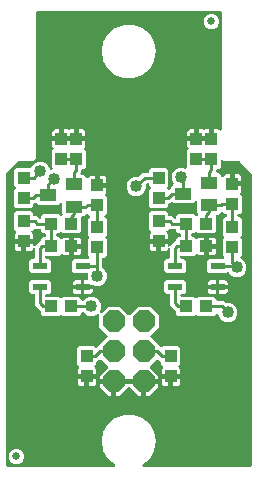
<source format=gbr>
G04 EAGLE Gerber RS-274X export*
G75*
%MOMM*%
%FSLAX34Y34*%
%LPD*%
%INTop Copper*%
%IPPOS*%
%AMOC8*
5,1,8,0,0,1.08239X$1,22.5*%
G01*
%ADD10R,1.000000X1.100000*%
%ADD11R,1.200000X0.600000*%
%ADD12P,2.034460X8X292.500000*%
%ADD13R,1.100000X1.000000*%
%ADD14R,1.400000X1.000000*%
%ADD15C,0.635000*%
%ADD16C,0.254000*%
%ADD17C,1.016000*%

G36*
X95490Y4075D02*
X95490Y4075D01*
X95564Y4075D01*
X95630Y4095D01*
X95699Y4105D01*
X95766Y4135D01*
X95836Y4155D01*
X95895Y4192D01*
X95958Y4221D01*
X96014Y4268D01*
X96076Y4308D01*
X96122Y4360D01*
X96175Y4404D01*
X96216Y4466D01*
X96265Y4521D01*
X96294Y4583D01*
X96333Y4641D01*
X96355Y4711D01*
X96386Y4778D01*
X96398Y4846D01*
X96418Y4912D01*
X96420Y4986D01*
X96432Y5058D01*
X96424Y5127D01*
X96426Y5196D01*
X96407Y5267D01*
X96398Y5341D01*
X96371Y5404D01*
X96354Y5471D01*
X96316Y5535D01*
X96288Y5602D01*
X96249Y5647D01*
X96209Y5716D01*
X96119Y5800D01*
X96070Y5858D01*
X90365Y10644D01*
X86379Y17549D01*
X84995Y25400D01*
X86379Y33251D01*
X90365Y40155D01*
X96472Y45280D01*
X103964Y48007D01*
X111936Y48007D01*
X119428Y45280D01*
X125535Y40156D01*
X129521Y33251D01*
X130905Y25400D01*
X129521Y17549D01*
X125535Y10645D01*
X119830Y5858D01*
X119781Y5803D01*
X119725Y5755D01*
X119686Y5698D01*
X119640Y5646D01*
X119608Y5580D01*
X119567Y5519D01*
X119546Y5453D01*
X119516Y5390D01*
X119504Y5318D01*
X119482Y5248D01*
X119480Y5179D01*
X119468Y5110D01*
X119476Y5037D01*
X119474Y4964D01*
X119492Y4897D01*
X119499Y4828D01*
X119527Y4760D01*
X119546Y4689D01*
X119581Y4629D01*
X119608Y4565D01*
X119654Y4507D01*
X119691Y4444D01*
X119742Y4397D01*
X119785Y4343D01*
X119845Y4300D01*
X119899Y4250D01*
X119960Y4218D01*
X120017Y4178D01*
X120086Y4154D01*
X120152Y4120D01*
X120210Y4110D01*
X120285Y4084D01*
X120407Y4077D01*
X120483Y4065D01*
X210820Y4065D01*
X210878Y4073D01*
X210936Y4071D01*
X211018Y4093D01*
X211102Y4105D01*
X211155Y4128D01*
X211211Y4143D01*
X211284Y4186D01*
X211361Y4221D01*
X211406Y4259D01*
X211456Y4288D01*
X211514Y4350D01*
X211578Y4404D01*
X211610Y4453D01*
X211650Y4496D01*
X211689Y4571D01*
X211736Y4641D01*
X211753Y4697D01*
X211780Y4749D01*
X211791Y4817D01*
X211821Y4912D01*
X211824Y5012D01*
X211835Y5080D01*
X211835Y251896D01*
X211823Y251982D01*
X211820Y252070D01*
X211803Y252122D01*
X211795Y252177D01*
X211760Y252257D01*
X211733Y252340D01*
X211705Y252380D01*
X211679Y252437D01*
X211583Y252550D01*
X211538Y252614D01*
X201814Y262338D01*
X201744Y262390D01*
X201680Y262450D01*
X201631Y262476D01*
X201586Y262509D01*
X201505Y262540D01*
X201427Y262580D01*
X201379Y262588D01*
X201321Y262610D01*
X201173Y262622D01*
X201096Y262635D01*
X188816Y262635D01*
X187582Y263870D01*
X187558Y263887D01*
X187539Y263910D01*
X187445Y263973D01*
X187355Y264041D01*
X187327Y264051D01*
X187303Y264067D01*
X187195Y264102D01*
X187089Y264142D01*
X187060Y264144D01*
X187032Y264153D01*
X186918Y264156D01*
X186806Y264165D01*
X186777Y264160D01*
X186748Y264160D01*
X186638Y264132D01*
X186527Y264110D01*
X186501Y264096D01*
X186473Y264089D01*
X186375Y264031D01*
X186275Y263979D01*
X186253Y263958D01*
X186228Y263943D01*
X186151Y263861D01*
X186069Y263783D01*
X186054Y263757D01*
X186034Y263736D01*
X185982Y263635D01*
X185925Y263537D01*
X185918Y263509D01*
X185904Y263483D01*
X185891Y263406D01*
X185855Y263262D01*
X185857Y263199D01*
X185849Y263152D01*
X185849Y257787D01*
X184063Y256001D01*
X183134Y256001D01*
X183076Y255993D01*
X183018Y255995D01*
X182936Y255973D01*
X182852Y255961D01*
X182799Y255938D01*
X182743Y255923D01*
X182670Y255880D01*
X182593Y255845D01*
X182548Y255807D01*
X182498Y255778D01*
X182440Y255716D01*
X182376Y255662D01*
X182344Y255613D01*
X182304Y255570D01*
X182265Y255495D01*
X182218Y255425D01*
X182201Y255369D01*
X182174Y255317D01*
X182163Y255249D01*
X182133Y255154D01*
X182130Y255054D01*
X182119Y254986D01*
X182119Y253514D01*
X182127Y253456D01*
X182125Y253398D01*
X182147Y253316D01*
X182159Y253232D01*
X182182Y253179D01*
X182197Y253123D01*
X182240Y253050D01*
X182275Y252973D01*
X182313Y252928D01*
X182342Y252878D01*
X182404Y252820D01*
X182458Y252756D01*
X182507Y252724D01*
X182550Y252684D01*
X182625Y252645D01*
X182695Y252598D01*
X182751Y252581D01*
X182803Y252554D01*
X182871Y252543D01*
X182966Y252513D01*
X183066Y252510D01*
X183134Y252499D01*
X184363Y252499D01*
X186149Y250713D01*
X186149Y249940D01*
X186150Y249931D01*
X186149Y249921D01*
X186170Y249790D01*
X186189Y249659D01*
X186193Y249650D01*
X186194Y249640D01*
X186251Y249520D01*
X186305Y249400D01*
X186311Y249392D01*
X186315Y249383D01*
X186404Y249283D01*
X186488Y249183D01*
X186497Y249177D01*
X186503Y249170D01*
X186615Y249098D01*
X186725Y249025D01*
X186734Y249022D01*
X186743Y249017D01*
X186870Y248979D01*
X186996Y248939D01*
X187006Y248939D01*
X187015Y248936D01*
X187148Y248935D01*
X187280Y248932D01*
X187290Y248934D01*
X187300Y248934D01*
X187428Y248970D01*
X187555Y249004D01*
X187564Y249009D01*
X187573Y249011D01*
X187686Y249081D01*
X187800Y249149D01*
X187807Y249156D01*
X187815Y249161D01*
X187904Y249260D01*
X187994Y249356D01*
X187999Y249365D01*
X188005Y249372D01*
X188029Y249424D01*
X188124Y249609D01*
X188130Y249645D01*
X188145Y249678D01*
X188212Y249931D01*
X188547Y250510D01*
X189020Y250983D01*
X189599Y251318D01*
X190246Y251491D01*
X193549Y251491D01*
X193549Y244466D01*
X193557Y244408D01*
X193555Y244350D01*
X193577Y244268D01*
X193589Y244185D01*
X193613Y244131D01*
X193627Y244075D01*
X193670Y244002D01*
X193705Y243925D01*
X193743Y243881D01*
X193773Y243830D01*
X193834Y243773D01*
X193889Y243708D01*
X193937Y243676D01*
X193980Y243636D01*
X194055Y243597D01*
X194125Y243551D01*
X194181Y243533D01*
X194233Y243506D01*
X194301Y243495D01*
X194396Y243465D01*
X194496Y243462D01*
X194564Y243451D01*
X195581Y243451D01*
X195581Y242434D01*
X195589Y242376D01*
X195588Y242318D01*
X195609Y242236D01*
X195621Y242153D01*
X195645Y242099D01*
X195659Y242043D01*
X195702Y241970D01*
X195737Y241893D01*
X195775Y241848D01*
X195805Y241798D01*
X195866Y241740D01*
X195921Y241676D01*
X195969Y241644D01*
X196012Y241604D01*
X196087Y241565D01*
X196157Y241519D01*
X196213Y241501D01*
X196265Y241474D01*
X196333Y241463D01*
X196428Y241433D01*
X196528Y241430D01*
X196596Y241419D01*
X203121Y241419D01*
X203121Y237616D01*
X202948Y236969D01*
X202613Y236390D01*
X202250Y236027D01*
X202215Y235980D01*
X202173Y235940D01*
X202130Y235867D01*
X202079Y235800D01*
X202058Y235745D01*
X202029Y235695D01*
X202008Y235613D01*
X201978Y235534D01*
X201973Y235476D01*
X201959Y235419D01*
X201962Y235335D01*
X201955Y235251D01*
X201966Y235194D01*
X201968Y235135D01*
X201994Y235055D01*
X202010Y234972D01*
X202037Y234920D01*
X202055Y234865D01*
X202095Y234808D01*
X202141Y234720D01*
X202210Y234648D01*
X202250Y234591D01*
X203629Y233213D01*
X203629Y219687D01*
X201843Y217901D01*
X200914Y217901D01*
X200856Y217893D01*
X200798Y217895D01*
X200716Y217873D01*
X200632Y217861D01*
X200579Y217838D01*
X200523Y217823D01*
X200450Y217780D01*
X200373Y217745D01*
X200328Y217707D01*
X200278Y217678D01*
X200220Y217616D01*
X200156Y217562D01*
X200124Y217513D01*
X200084Y217470D01*
X200045Y217395D01*
X199998Y217325D01*
X199981Y217269D01*
X199954Y217217D01*
X199943Y217149D01*
X199913Y217054D01*
X199910Y216954D01*
X199899Y216886D01*
X199899Y216184D01*
X199905Y216137D01*
X199905Y216136D01*
X199906Y216134D01*
X199907Y216126D01*
X199905Y216068D01*
X199927Y215986D01*
X199939Y215902D01*
X199962Y215849D01*
X199977Y215793D01*
X200020Y215720D01*
X200055Y215643D01*
X200093Y215598D01*
X200122Y215548D01*
X200184Y215490D01*
X200238Y215426D01*
X200287Y215394D01*
X200330Y215354D01*
X200405Y215315D01*
X200475Y215268D01*
X200531Y215251D01*
X200583Y215224D01*
X200651Y215213D01*
X200746Y215183D01*
X200846Y215180D01*
X200914Y215169D01*
X201843Y215169D01*
X203629Y213383D01*
X203629Y199857D01*
X202609Y198838D01*
X202574Y198791D01*
X202532Y198751D01*
X202489Y198678D01*
X202439Y198611D01*
X202418Y198556D01*
X202388Y198506D01*
X202367Y198424D01*
X202337Y198345D01*
X202332Y198287D01*
X202318Y198230D01*
X202321Y198146D01*
X202314Y198062D01*
X202325Y198004D01*
X202327Y197946D01*
X202353Y197866D01*
X202370Y197783D01*
X202397Y197731D01*
X202415Y197675D01*
X202455Y197619D01*
X202501Y197531D01*
X202569Y197458D01*
X202609Y197402D01*
X203629Y196383D01*
X203629Y182857D01*
X202515Y181743D01*
X202446Y181652D01*
X202372Y181564D01*
X202361Y181538D01*
X202344Y181516D01*
X202303Y181409D01*
X202257Y181304D01*
X202253Y181277D01*
X202243Y181251D01*
X202233Y181136D01*
X202218Y181022D01*
X202222Y180995D01*
X202219Y180967D01*
X202242Y180855D01*
X202258Y180741D01*
X202270Y180716D01*
X202275Y180689D01*
X202328Y180586D01*
X202375Y180482D01*
X202393Y180461D01*
X202406Y180436D01*
X202485Y180353D01*
X202560Y180266D01*
X202581Y180252D01*
X202602Y180230D01*
X202832Y180096D01*
X202844Y180088D01*
X203995Y179611D01*
X206281Y177325D01*
X207519Y174337D01*
X207519Y171103D01*
X206281Y168115D01*
X203995Y165829D01*
X201007Y164591D01*
X197773Y164591D01*
X194785Y165829D01*
X192499Y168115D01*
X192473Y168177D01*
X192415Y168276D01*
X192362Y168377D01*
X192343Y168398D01*
X192329Y168421D01*
X192246Y168500D01*
X192166Y168584D01*
X192142Y168598D01*
X192122Y168617D01*
X192020Y168669D01*
X191921Y168727D01*
X191894Y168734D01*
X191870Y168747D01*
X191757Y168769D01*
X191646Y168797D01*
X191618Y168797D01*
X191591Y168802D01*
X191476Y168792D01*
X191361Y168788D01*
X191335Y168780D01*
X191307Y168777D01*
X191200Y168736D01*
X191091Y168701D01*
X191071Y168686D01*
X191042Y168675D01*
X190829Y168514D01*
X190818Y168506D01*
X190816Y168504D01*
X190815Y168504D01*
X190363Y168051D01*
X175837Y168051D01*
X174051Y169837D01*
X174051Y178363D01*
X175837Y180149D01*
X187789Y180149D01*
X187818Y180153D01*
X187847Y180150D01*
X187958Y180173D01*
X188070Y180189D01*
X188097Y180201D01*
X188126Y180206D01*
X188226Y180259D01*
X188330Y180305D01*
X188352Y180324D01*
X188378Y180337D01*
X188460Y180415D01*
X188547Y180488D01*
X188563Y180513D01*
X188584Y180533D01*
X188641Y180631D01*
X188704Y180725D01*
X188713Y180753D01*
X188728Y180778D01*
X188756Y180888D01*
X188790Y180996D01*
X188791Y181026D01*
X188798Y181054D01*
X188794Y181167D01*
X188797Y181280D01*
X188790Y181309D01*
X188789Y181338D01*
X188754Y181446D01*
X188725Y181555D01*
X188711Y181581D01*
X188701Y181609D01*
X188656Y181673D01*
X188580Y181800D01*
X188535Y181843D01*
X188507Y181882D01*
X187531Y182857D01*
X187531Y196383D01*
X188551Y197402D01*
X188586Y197449D01*
X188628Y197489D01*
X188671Y197562D01*
X188721Y197629D01*
X188742Y197684D01*
X188772Y197734D01*
X188793Y197816D01*
X188823Y197895D01*
X188828Y197953D01*
X188842Y198010D01*
X188839Y198094D01*
X188846Y198178D01*
X188835Y198236D01*
X188833Y198294D01*
X188807Y198374D01*
X188790Y198457D01*
X188763Y198509D01*
X188745Y198565D01*
X188705Y198621D01*
X188659Y198709D01*
X188591Y198782D01*
X188551Y198838D01*
X187531Y199857D01*
X187531Y213383D01*
X189317Y215169D01*
X190246Y215169D01*
X190304Y215177D01*
X190362Y215175D01*
X190444Y215197D01*
X190528Y215209D01*
X190581Y215232D01*
X190637Y215247D01*
X190710Y215290D01*
X190787Y215325D01*
X190832Y215363D01*
X190882Y215392D01*
X190940Y215454D01*
X191004Y215508D01*
X191036Y215557D01*
X191076Y215600D01*
X191115Y215675D01*
X191162Y215745D01*
X191179Y215801D01*
X191206Y215853D01*
X191217Y215921D01*
X191247Y216016D01*
X191250Y216116D01*
X191261Y216184D01*
X191261Y216886D01*
X191253Y216944D01*
X191255Y217002D01*
X191233Y217084D01*
X191221Y217168D01*
X191198Y217221D01*
X191183Y217277D01*
X191140Y217350D01*
X191105Y217427D01*
X191067Y217472D01*
X191038Y217522D01*
X190976Y217580D01*
X190922Y217644D01*
X190873Y217676D01*
X190830Y217716D01*
X190755Y217755D01*
X190685Y217802D01*
X190629Y217819D01*
X190577Y217846D01*
X190509Y217857D01*
X190414Y217887D01*
X190314Y217890D01*
X190246Y217901D01*
X189317Y217901D01*
X187808Y219411D01*
X187761Y219446D01*
X187721Y219488D01*
X187648Y219531D01*
X187581Y219581D01*
X187526Y219602D01*
X187476Y219632D01*
X187394Y219653D01*
X187315Y219683D01*
X187257Y219688D01*
X187200Y219702D01*
X187116Y219699D01*
X187032Y219706D01*
X186974Y219695D01*
X186916Y219693D01*
X186836Y219667D01*
X186753Y219650D01*
X186701Y219623D01*
X186645Y219605D01*
X186589Y219565D01*
X186501Y219519D01*
X186428Y219451D01*
X186372Y219411D01*
X184363Y217401D01*
X183011Y217401D01*
X182982Y217397D01*
X182953Y217400D01*
X182842Y217377D01*
X182730Y217361D01*
X182703Y217349D01*
X182674Y217344D01*
X182574Y217291D01*
X182470Y217245D01*
X182448Y217226D01*
X182422Y217213D01*
X182340Y217135D01*
X182253Y217062D01*
X182237Y217037D01*
X182216Y217017D01*
X182158Y216919D01*
X182096Y216825D01*
X182087Y216797D01*
X182072Y216772D01*
X182044Y216662D01*
X182010Y216554D01*
X182009Y216525D01*
X182002Y216496D01*
X182006Y216383D01*
X182003Y216270D01*
X182010Y216241D01*
X182011Y216212D01*
X182046Y216104D01*
X182075Y215995D01*
X182090Y215969D01*
X182099Y215941D01*
X182144Y215877D01*
X182149Y215870D01*
X182149Y203287D01*
X180363Y201501D01*
X166837Y201501D01*
X165818Y202521D01*
X165771Y202556D01*
X165731Y202598D01*
X165658Y202641D01*
X165591Y202691D01*
X165536Y202712D01*
X165486Y202742D01*
X165404Y202763D01*
X165325Y202793D01*
X165267Y202798D01*
X165210Y202812D01*
X165126Y202809D01*
X165042Y202816D01*
X164984Y202805D01*
X164926Y202803D01*
X164846Y202777D01*
X164763Y202760D01*
X164711Y202733D01*
X164655Y202715D01*
X164599Y202675D01*
X164511Y202629D01*
X164438Y202561D01*
X164382Y202521D01*
X163363Y201501D01*
X161934Y201501D01*
X161876Y201493D01*
X161818Y201495D01*
X161736Y201473D01*
X161652Y201461D01*
X161599Y201438D01*
X161543Y201423D01*
X161470Y201380D01*
X161393Y201345D01*
X161348Y201307D01*
X161298Y201278D01*
X161240Y201216D01*
X161176Y201162D01*
X161144Y201113D01*
X161104Y201070D01*
X161065Y200995D01*
X161018Y200925D01*
X161001Y200869D01*
X160974Y200817D01*
X160963Y200749D01*
X160933Y200654D01*
X160930Y200554D01*
X160919Y200486D01*
X160919Y199564D01*
X160927Y199506D01*
X160925Y199448D01*
X160947Y199366D01*
X160959Y199282D01*
X160982Y199229D01*
X160997Y199173D01*
X161040Y199100D01*
X161075Y199023D01*
X161113Y198978D01*
X161142Y198928D01*
X161204Y198870D01*
X161258Y198806D01*
X161307Y198774D01*
X161350Y198734D01*
X161425Y198695D01*
X161495Y198648D01*
X161551Y198631D01*
X161603Y198604D01*
X161671Y198593D01*
X161766Y198563D01*
X161866Y198560D01*
X161934Y198549D01*
X163363Y198549D01*
X164741Y197170D01*
X164788Y197135D01*
X164828Y197093D01*
X164901Y197050D01*
X164968Y196999D01*
X165023Y196978D01*
X165074Y196949D01*
X165155Y196928D01*
X165234Y196898D01*
X165293Y196893D01*
X165349Y196879D01*
X165433Y196882D01*
X165517Y196875D01*
X165575Y196886D01*
X165633Y196888D01*
X165713Y196914D01*
X165796Y196930D01*
X165848Y196957D01*
X165904Y196975D01*
X165960Y197015D01*
X166049Y197061D01*
X166121Y197130D01*
X166177Y197170D01*
X166540Y197533D01*
X167119Y197868D01*
X167766Y198041D01*
X171569Y198041D01*
X171569Y191516D01*
X171577Y191458D01*
X171575Y191400D01*
X171597Y191318D01*
X171609Y191235D01*
X171633Y191181D01*
X171647Y191125D01*
X171690Y191052D01*
X171725Y190975D01*
X171763Y190931D01*
X171793Y190880D01*
X171854Y190823D01*
X171909Y190758D01*
X171957Y190726D01*
X172000Y190686D01*
X172075Y190647D01*
X172145Y190601D01*
X172201Y190583D01*
X172253Y190556D01*
X172321Y190545D01*
X172416Y190515D01*
X172516Y190512D01*
X172584Y190501D01*
X173601Y190501D01*
X173601Y190499D01*
X172584Y190499D01*
X172526Y190491D01*
X172468Y190492D01*
X172386Y190471D01*
X172303Y190459D01*
X172249Y190435D01*
X172193Y190421D01*
X172120Y190378D01*
X172043Y190343D01*
X171998Y190305D01*
X171948Y190275D01*
X171890Y190214D01*
X171826Y190159D01*
X171794Y190111D01*
X171754Y190068D01*
X171715Y189993D01*
X171669Y189923D01*
X171651Y189867D01*
X171624Y189815D01*
X171613Y189747D01*
X171583Y189652D01*
X171580Y189552D01*
X171569Y189484D01*
X171569Y182959D01*
X167766Y182959D01*
X167119Y183132D01*
X166540Y183467D01*
X166177Y183830D01*
X166130Y183865D01*
X166090Y183907D01*
X166017Y183950D01*
X165950Y184001D01*
X165895Y184022D01*
X165845Y184051D01*
X165763Y184072D01*
X165684Y184102D01*
X165626Y184107D01*
X165569Y184121D01*
X165485Y184118D01*
X165401Y184125D01*
X165344Y184114D01*
X165285Y184112D01*
X165205Y184086D01*
X165122Y184070D01*
X165070Y184043D01*
X165015Y184025D01*
X164958Y183985D01*
X164870Y183939D01*
X164798Y183870D01*
X164741Y183830D01*
X163363Y182451D01*
X152434Y182451D01*
X152376Y182443D01*
X152318Y182445D01*
X152236Y182423D01*
X152152Y182411D01*
X152099Y182388D01*
X152043Y182373D01*
X151970Y182330D01*
X151893Y182295D01*
X151848Y182257D01*
X151798Y182228D01*
X151740Y182166D01*
X151676Y182112D01*
X151644Y182063D01*
X151604Y182020D01*
X151565Y181945D01*
X151518Y181875D01*
X151501Y181819D01*
X151474Y181767D01*
X151463Y181699D01*
X151433Y181604D01*
X151430Y181504D01*
X151419Y181436D01*
X151419Y181164D01*
X151427Y181106D01*
X151425Y181048D01*
X151447Y180966D01*
X151459Y180882D01*
X151482Y180829D01*
X151497Y180773D01*
X151540Y180700D01*
X151575Y180623D01*
X151613Y180578D01*
X151642Y180528D01*
X151704Y180470D01*
X151758Y180406D01*
X151807Y180374D01*
X151850Y180334D01*
X151925Y180295D01*
X151995Y180248D01*
X152051Y180231D01*
X152103Y180204D01*
X152171Y180193D01*
X152266Y180163D01*
X152366Y180160D01*
X152434Y180149D01*
X154363Y180149D01*
X156149Y178363D01*
X156149Y169837D01*
X154363Y168051D01*
X139837Y168051D01*
X138051Y169837D01*
X138051Y178363D01*
X139837Y180149D01*
X141766Y180149D01*
X141824Y180157D01*
X141882Y180155D01*
X141964Y180177D01*
X142048Y180189D01*
X142101Y180212D01*
X142157Y180227D01*
X142230Y180270D01*
X142307Y180305D01*
X142352Y180343D01*
X142402Y180372D01*
X142460Y180434D01*
X142524Y180488D01*
X142556Y180537D01*
X142596Y180580D01*
X142635Y180655D01*
X142682Y180725D01*
X142699Y180781D01*
X142726Y180833D01*
X142737Y180901D01*
X142767Y180996D01*
X142770Y181096D01*
X142781Y181164D01*
X142781Y188210D01*
X142780Y188219D01*
X142781Y188229D01*
X142760Y188360D01*
X142741Y188491D01*
X142737Y188500D01*
X142736Y188510D01*
X142679Y188630D01*
X142625Y188750D01*
X142619Y188758D01*
X142615Y188767D01*
X142527Y188866D01*
X142442Y188967D01*
X142433Y188973D01*
X142427Y188980D01*
X142316Y189051D01*
X142205Y189125D01*
X142195Y189128D01*
X142187Y189133D01*
X142061Y189171D01*
X141934Y189211D01*
X141924Y189211D01*
X141915Y189214D01*
X141782Y189215D01*
X141650Y189218D01*
X141640Y189216D01*
X141630Y189216D01*
X141502Y189180D01*
X141375Y189146D01*
X141366Y189141D01*
X141357Y189139D01*
X141243Y189068D01*
X141130Y189001D01*
X141124Y188994D01*
X141115Y188989D01*
X141026Y188890D01*
X140936Y188794D01*
X140931Y188785D01*
X140925Y188778D01*
X140901Y188726D01*
X140806Y188541D01*
X140800Y188505D01*
X140785Y188472D01*
X140718Y188219D01*
X140383Y187640D01*
X139910Y187167D01*
X139331Y186832D01*
X138684Y186659D01*
X135381Y186659D01*
X135381Y192669D01*
X140891Y192669D01*
X140891Y191359D01*
X140895Y191330D01*
X140892Y191301D01*
X140915Y191190D01*
X140931Y191078D01*
X140943Y191051D01*
X140948Y191022D01*
X141001Y190922D01*
X141047Y190818D01*
X141066Y190796D01*
X141079Y190770D01*
X141157Y190688D01*
X141230Y190601D01*
X141255Y190585D01*
X141275Y190564D01*
X141373Y190507D01*
X141467Y190444D01*
X141495Y190435D01*
X141520Y190420D01*
X141630Y190392D01*
X141738Y190358D01*
X141768Y190357D01*
X141796Y190350D01*
X141909Y190354D01*
X142022Y190351D01*
X142051Y190358D01*
X142080Y190359D01*
X142188Y190394D01*
X142297Y190423D01*
X142323Y190438D01*
X142351Y190447D01*
X142415Y190492D01*
X142542Y190568D01*
X142585Y190613D01*
X142624Y190641D01*
X143974Y191992D01*
X146801Y194819D01*
X147036Y194819D01*
X147094Y194827D01*
X147152Y194825D01*
X147234Y194847D01*
X147318Y194859D01*
X147371Y194882D01*
X147427Y194897D01*
X147500Y194940D01*
X147577Y194975D01*
X147622Y195013D01*
X147672Y195042D01*
X147730Y195104D01*
X147794Y195158D01*
X147826Y195207D01*
X147866Y195250D01*
X147905Y195325D01*
X147952Y195395D01*
X147969Y195451D01*
X147996Y195503D01*
X148007Y195571D01*
X148037Y195666D01*
X148040Y195766D01*
X148051Y195834D01*
X148051Y196763D01*
X149837Y198549D01*
X151266Y198549D01*
X151324Y198557D01*
X151382Y198555D01*
X151464Y198577D01*
X151548Y198589D01*
X151601Y198612D01*
X151657Y198627D01*
X151730Y198670D01*
X151807Y198705D01*
X151852Y198743D01*
X151902Y198772D01*
X151960Y198834D01*
X152024Y198888D01*
X152056Y198937D01*
X152096Y198980D01*
X152135Y199055D01*
X152182Y199125D01*
X152199Y199181D01*
X152226Y199233D01*
X152237Y199301D01*
X152267Y199396D01*
X152270Y199496D01*
X152281Y199564D01*
X152281Y200486D01*
X152273Y200544D01*
X152275Y200602D01*
X152253Y200684D01*
X152241Y200768D01*
X152218Y200821D01*
X152203Y200877D01*
X152160Y200950D01*
X152125Y201027D01*
X152087Y201072D01*
X152058Y201122D01*
X151996Y201180D01*
X151942Y201244D01*
X151893Y201276D01*
X151850Y201316D01*
X151775Y201355D01*
X151705Y201402D01*
X151649Y201419D01*
X151597Y201446D01*
X151529Y201457D01*
X151434Y201487D01*
X151334Y201490D01*
X151266Y201501D01*
X149837Y201501D01*
X148051Y203287D01*
X148051Y204216D01*
X148043Y204274D01*
X148045Y204332D01*
X148023Y204414D01*
X148011Y204498D01*
X147988Y204551D01*
X147973Y204607D01*
X147930Y204680D01*
X147895Y204757D01*
X147857Y204802D01*
X147828Y204852D01*
X147766Y204910D01*
X147712Y204974D01*
X147663Y205006D01*
X147620Y205046D01*
X147545Y205085D01*
X147475Y205132D01*
X147419Y205149D01*
X147367Y205176D01*
X147299Y205187D01*
X147204Y205217D01*
X147104Y205220D01*
X147036Y205231D01*
X142981Y205231D01*
X142973Y205240D01*
X142900Y205283D01*
X142833Y205333D01*
X142778Y205354D01*
X142728Y205384D01*
X142646Y205405D01*
X142567Y205435D01*
X142509Y205439D01*
X142452Y205454D01*
X142368Y205451D01*
X142284Y205458D01*
X142226Y205447D01*
X142168Y205445D01*
X142088Y205419D01*
X142005Y205402D01*
X141953Y205375D01*
X141897Y205357D01*
X141841Y205317D01*
X141753Y205271D01*
X141680Y205203D01*
X141624Y205163D01*
X140020Y203559D01*
X139985Y203512D01*
X139943Y203472D01*
X139900Y203399D01*
X139849Y203332D01*
X139828Y203277D01*
X139799Y203226D01*
X139778Y203145D01*
X139748Y203066D01*
X139743Y203007D01*
X139729Y202951D01*
X139732Y202867D01*
X139725Y202783D01*
X139736Y202725D01*
X139738Y202667D01*
X139764Y202587D01*
X139780Y202504D01*
X139807Y202452D01*
X139825Y202396D01*
X139865Y202340D01*
X139911Y202251D01*
X139980Y202179D01*
X140020Y202123D01*
X140383Y201760D01*
X140718Y201181D01*
X140891Y200534D01*
X140891Y196731D01*
X134366Y196731D01*
X134308Y196723D01*
X134250Y196724D01*
X134168Y196703D01*
X134085Y196691D01*
X134031Y196667D01*
X133975Y196653D01*
X133902Y196610D01*
X133825Y196575D01*
X133781Y196537D01*
X133730Y196507D01*
X133673Y196446D01*
X133608Y196391D01*
X133576Y196343D01*
X133536Y196300D01*
X133497Y196225D01*
X133451Y196155D01*
X133433Y196099D01*
X133406Y196047D01*
X133395Y195979D01*
X133365Y195884D01*
X133362Y195784D01*
X133351Y195716D01*
X133351Y194699D01*
X133349Y194699D01*
X133349Y195716D01*
X133341Y195774D01*
X133342Y195832D01*
X133321Y195914D01*
X133309Y195997D01*
X133285Y196051D01*
X133271Y196107D01*
X133228Y196180D01*
X133193Y196257D01*
X133155Y196301D01*
X133125Y196352D01*
X133064Y196409D01*
X133009Y196474D01*
X132961Y196506D01*
X132918Y196546D01*
X132843Y196585D01*
X132773Y196631D01*
X132717Y196649D01*
X132665Y196676D01*
X132597Y196687D01*
X132502Y196717D01*
X132402Y196720D01*
X132334Y196731D01*
X125809Y196731D01*
X125809Y200534D01*
X125982Y201181D01*
X126317Y201760D01*
X126680Y202123D01*
X126715Y202170D01*
X126757Y202210D01*
X126800Y202283D01*
X126851Y202350D01*
X126872Y202405D01*
X126901Y202455D01*
X126922Y202537D01*
X126952Y202616D01*
X126957Y202674D01*
X126971Y202731D01*
X126968Y202815D01*
X126975Y202899D01*
X126964Y202956D01*
X126962Y203015D01*
X126936Y203095D01*
X126920Y203178D01*
X126893Y203230D01*
X126875Y203285D01*
X126834Y203342D01*
X126789Y203430D01*
X126720Y203502D01*
X126680Y203559D01*
X125301Y204937D01*
X125301Y218463D01*
X127087Y220249D01*
X139613Y220249D01*
X141399Y218463D01*
X141399Y217034D01*
X141407Y216976D01*
X141405Y216918D01*
X141427Y216836D01*
X141439Y216752D01*
X141462Y216699D01*
X141477Y216643D01*
X141520Y216570D01*
X141555Y216493D01*
X141593Y216448D01*
X141622Y216398D01*
X141684Y216340D01*
X141738Y216276D01*
X141787Y216244D01*
X141830Y216204D01*
X141905Y216165D01*
X141975Y216118D01*
X142031Y216101D01*
X142083Y216074D01*
X142151Y216063D01*
X142246Y216033D01*
X142346Y216030D01*
X142414Y216019D01*
X144419Y216019D01*
X146272Y214166D01*
X146341Y214114D01*
X146405Y214054D01*
X146455Y214028D01*
X146499Y213995D01*
X146580Y213964D01*
X146658Y213924D01*
X146706Y213916D01*
X146764Y213894D01*
X146857Y213886D01*
X146868Y213883D01*
X146913Y213882D01*
X146989Y213869D01*
X147036Y213869D01*
X147094Y213877D01*
X147152Y213875D01*
X147234Y213897D01*
X147318Y213909D01*
X147371Y213932D01*
X147427Y213947D01*
X147500Y213990D01*
X147577Y214025D01*
X147622Y214063D01*
X147672Y214092D01*
X147730Y214154D01*
X147794Y214208D01*
X147826Y214257D01*
X147866Y214300D01*
X147905Y214375D01*
X147952Y214445D01*
X147969Y214501D01*
X147996Y214553D01*
X148007Y214621D01*
X148037Y214716D01*
X148040Y214816D01*
X148051Y214884D01*
X148051Y215813D01*
X149837Y217599D01*
X163363Y217599D01*
X164382Y216579D01*
X164429Y216544D01*
X164469Y216502D01*
X164542Y216459D01*
X164609Y216409D01*
X164664Y216388D01*
X164714Y216358D01*
X164796Y216337D01*
X164875Y216307D01*
X164933Y216302D01*
X164990Y216288D01*
X165074Y216291D01*
X165158Y216284D01*
X165216Y216295D01*
X165274Y216297D01*
X165354Y216323D01*
X165437Y216340D01*
X165489Y216367D01*
X165545Y216385D01*
X165601Y216425D01*
X165689Y216471D01*
X165762Y216539D01*
X165818Y216579D01*
X166521Y217282D01*
X166556Y217329D01*
X166598Y217369D01*
X166641Y217442D01*
X166691Y217509D01*
X166712Y217564D01*
X166742Y217614D01*
X166763Y217696D01*
X166793Y217775D01*
X166798Y217833D01*
X166812Y217890D01*
X166809Y217974D01*
X166816Y218058D01*
X166805Y218116D01*
X166803Y218174D01*
X166777Y218254D01*
X166760Y218337D01*
X166733Y218389D01*
X166715Y218445D01*
X166675Y218501D01*
X166629Y218589D01*
X166561Y218662D01*
X166521Y218718D01*
X166051Y219187D01*
X166051Y228139D01*
X166047Y228168D01*
X166050Y228197D01*
X166027Y228308D01*
X166011Y228420D01*
X165999Y228447D01*
X165994Y228476D01*
X165941Y228576D01*
X165895Y228680D01*
X165876Y228702D01*
X165863Y228728D01*
X165785Y228810D01*
X165712Y228897D01*
X165687Y228913D01*
X165667Y228934D01*
X165569Y228991D01*
X165475Y229054D01*
X165447Y229063D01*
X165422Y229078D01*
X165312Y229106D01*
X165204Y229140D01*
X165174Y229141D01*
X165146Y229148D01*
X165033Y229144D01*
X164920Y229147D01*
X164891Y229140D01*
X164862Y229139D01*
X164754Y229104D01*
X164645Y229075D01*
X164619Y229060D01*
X164591Y229051D01*
X164528Y229006D01*
X164400Y228930D01*
X164357Y228885D01*
X164318Y228857D01*
X162363Y226901D01*
X145837Y226901D01*
X145056Y227683D01*
X145009Y227718D01*
X144969Y227760D01*
X144896Y227803D01*
X144829Y227853D01*
X144774Y227874D01*
X144724Y227904D01*
X144642Y227925D01*
X144563Y227955D01*
X144505Y227959D01*
X144448Y227974D01*
X144364Y227971D01*
X144280Y227978D01*
X144222Y227967D01*
X144164Y227965D01*
X144084Y227939D01*
X144001Y227922D01*
X143949Y227895D01*
X143893Y227877D01*
X143837Y227837D01*
X143749Y227791D01*
X143676Y227723D01*
X143620Y227683D01*
X143149Y227211D01*
X142414Y227211D01*
X142356Y227203D01*
X142298Y227205D01*
X142216Y227183D01*
X142132Y227171D01*
X142079Y227148D01*
X142023Y227133D01*
X141950Y227090D01*
X141873Y227055D01*
X141828Y227017D01*
X141778Y226988D01*
X141720Y226926D01*
X141656Y226872D01*
X141624Y226823D01*
X141584Y226780D01*
X141545Y226705D01*
X141498Y226635D01*
X141481Y226579D01*
X141454Y226527D01*
X141443Y226459D01*
X141413Y226364D01*
X141410Y226264D01*
X141399Y226196D01*
X141399Y224767D01*
X139613Y222981D01*
X127087Y222981D01*
X125301Y224767D01*
X125301Y238293D01*
X126321Y239312D01*
X126356Y239359D01*
X126398Y239399D01*
X126441Y239472D01*
X126491Y239539D01*
X126512Y239594D01*
X126542Y239644D01*
X126563Y239726D01*
X126593Y239805D01*
X126598Y239863D01*
X126612Y239920D01*
X126609Y240004D01*
X126616Y240088D01*
X126605Y240146D01*
X126603Y240204D01*
X126577Y240284D01*
X126560Y240367D01*
X126533Y240419D01*
X126515Y240475D01*
X126475Y240531D01*
X126429Y240619D01*
X126361Y240692D01*
X126321Y240748D01*
X125301Y241767D01*
X125301Y243196D01*
X125293Y243254D01*
X125295Y243312D01*
X125273Y243394D01*
X125261Y243478D01*
X125238Y243531D01*
X125223Y243587D01*
X125180Y243660D01*
X125145Y243737D01*
X125107Y243782D01*
X125078Y243832D01*
X125016Y243890D01*
X124962Y243954D01*
X124913Y243986D01*
X124870Y244026D01*
X124795Y244065D01*
X124725Y244112D01*
X124669Y244129D01*
X124617Y244156D01*
X124549Y244167D01*
X124454Y244197D01*
X124354Y244200D01*
X124286Y244211D01*
X123739Y244211D01*
X123653Y244199D01*
X123565Y244196D01*
X123513Y244179D01*
X123458Y244171D01*
X123378Y244136D01*
X123295Y244109D01*
X123256Y244081D01*
X123199Y244055D01*
X123085Y243959D01*
X123022Y243914D01*
X122726Y243618D01*
X122674Y243549D01*
X122614Y243485D01*
X122588Y243435D01*
X122555Y243391D01*
X122524Y243310D01*
X122484Y243232D01*
X122476Y243184D01*
X122454Y243126D01*
X122442Y242978D01*
X122429Y242901D01*
X122429Y239683D01*
X121191Y236695D01*
X118905Y234409D01*
X115917Y233171D01*
X112683Y233171D01*
X109695Y234409D01*
X107409Y236695D01*
X106171Y239683D01*
X106171Y242917D01*
X107409Y245905D01*
X109695Y248191D01*
X112683Y249429D01*
X115901Y249429D01*
X115987Y249441D01*
X116075Y249444D01*
X116127Y249461D01*
X116182Y249469D01*
X116262Y249504D01*
X116345Y249531D01*
X116384Y249559D01*
X116441Y249585D01*
X116555Y249681D01*
X116618Y249726D01*
X119741Y252849D01*
X124286Y252849D01*
X124344Y252857D01*
X124402Y252855D01*
X124484Y252877D01*
X124568Y252889D01*
X124621Y252912D01*
X124677Y252927D01*
X124750Y252970D01*
X124827Y253005D01*
X124872Y253043D01*
X124922Y253072D01*
X124980Y253134D01*
X125044Y253188D01*
X125076Y253237D01*
X125116Y253280D01*
X125155Y253355D01*
X125202Y253425D01*
X125219Y253481D01*
X125246Y253533D01*
X125257Y253601D01*
X125287Y253696D01*
X125290Y253796D01*
X125301Y253864D01*
X125301Y255293D01*
X127087Y257079D01*
X139613Y257079D01*
X141399Y255293D01*
X141399Y241767D01*
X140379Y240748D01*
X140344Y240701D01*
X140302Y240661D01*
X140259Y240588D01*
X140209Y240521D01*
X140188Y240466D01*
X140158Y240416D01*
X140137Y240334D01*
X140107Y240255D01*
X140102Y240197D01*
X140088Y240140D01*
X140091Y240056D01*
X140084Y239972D01*
X140095Y239914D01*
X140097Y239856D01*
X140123Y239776D01*
X140140Y239693D01*
X140167Y239641D01*
X140185Y239585D01*
X140225Y239529D01*
X140271Y239441D01*
X140339Y239368D01*
X140379Y239312D01*
X140989Y238702D01*
X141036Y238667D01*
X141076Y238625D01*
X141149Y238582D01*
X141216Y238532D01*
X141271Y238511D01*
X141321Y238481D01*
X141403Y238460D01*
X141482Y238430D01*
X141540Y238426D01*
X141597Y238411D01*
X141681Y238414D01*
X141765Y238407D01*
X141823Y238418D01*
X141881Y238420D01*
X141961Y238446D01*
X142044Y238463D01*
X142096Y238490D01*
X142152Y238508D01*
X142208Y238548D01*
X142296Y238594D01*
X142369Y238662D01*
X142425Y238702D01*
X142991Y239269D01*
X143036Y239269D01*
X143094Y239277D01*
X143152Y239275D01*
X143234Y239297D01*
X143318Y239309D01*
X143371Y239332D01*
X143427Y239347D01*
X143500Y239390D01*
X143577Y239425D01*
X143622Y239463D01*
X143672Y239492D01*
X143730Y239554D01*
X143794Y239608D01*
X143826Y239657D01*
X143866Y239700D01*
X143905Y239775D01*
X143952Y239845D01*
X143969Y239901D01*
X143996Y239953D01*
X144007Y240021D01*
X144037Y240116D01*
X144040Y240216D01*
X144051Y240284D01*
X144051Y241213D01*
X145613Y242775D01*
X145649Y242822D01*
X145691Y242862D01*
X145734Y242935D01*
X145784Y243002D01*
X145805Y243057D01*
X145835Y243107D01*
X145856Y243189D01*
X145886Y243268D01*
X145890Y243326D01*
X145905Y243383D01*
X145902Y243467D01*
X145909Y243551D01*
X145898Y243608D01*
X145896Y243667D01*
X145870Y243747D01*
X145853Y243830D01*
X145826Y243882D01*
X145808Y243937D01*
X145768Y243994D01*
X145722Y244082D01*
X145654Y244155D01*
X145613Y244211D01*
X145509Y244315D01*
X144271Y247303D01*
X144271Y250537D01*
X145509Y253525D01*
X147795Y255811D01*
X150783Y257049D01*
X154017Y257049D01*
X155742Y256334D01*
X155825Y256313D01*
X155906Y256282D01*
X155962Y256277D01*
X156017Y256263D01*
X156103Y256266D01*
X156189Y256259D01*
X156245Y256270D01*
X156302Y256271D01*
X156383Y256298D01*
X156468Y256314D01*
X156518Y256341D01*
X156572Y256358D01*
X156644Y256406D01*
X156720Y256446D01*
X156761Y256485D01*
X156808Y256516D01*
X156864Y256582D01*
X156926Y256641D01*
X156955Y256690D01*
X156991Y256734D01*
X157026Y256812D01*
X157070Y256887D01*
X157084Y256942D01*
X157107Y256994D01*
X157119Y257079D01*
X157140Y257162D01*
X157138Y257219D01*
X157146Y257275D01*
X157134Y257360D01*
X157131Y257446D01*
X157113Y257500D01*
X157105Y257557D01*
X157070Y257635D01*
X157051Y257692D01*
X157051Y271313D01*
X158430Y272691D01*
X158465Y272738D01*
X158507Y272778D01*
X158550Y272851D01*
X158601Y272919D01*
X158621Y272973D01*
X158651Y273024D01*
X158672Y273105D01*
X158702Y273184D01*
X158707Y273242D01*
X158721Y273299D01*
X158718Y273384D01*
X158725Y273468D01*
X158714Y273525D01*
X158712Y273583D01*
X158686Y273664D01*
X158670Y273746D01*
X158643Y273798D01*
X158625Y273854D01*
X158584Y273910D01*
X158539Y273999D01*
X158470Y274071D01*
X158430Y274127D01*
X158067Y274490D01*
X157732Y275069D01*
X157559Y275716D01*
X157559Y279519D01*
X164084Y279519D01*
X164142Y279527D01*
X164200Y279525D01*
X164282Y279547D01*
X164365Y279559D01*
X164419Y279583D01*
X164475Y279597D01*
X164548Y279640D01*
X164625Y279675D01*
X164669Y279713D01*
X164720Y279743D01*
X164777Y279804D01*
X164842Y279859D01*
X164874Y279907D01*
X164914Y279950D01*
X164953Y280025D01*
X164999Y280095D01*
X165017Y280151D01*
X165044Y280203D01*
X165055Y280271D01*
X165085Y280366D01*
X165088Y280466D01*
X165099Y280534D01*
X165099Y281551D01*
X165101Y281551D01*
X165101Y280534D01*
X165109Y280476D01*
X165108Y280418D01*
X165129Y280336D01*
X165141Y280253D01*
X165165Y280199D01*
X165179Y280143D01*
X165222Y280070D01*
X165257Y279993D01*
X165295Y279948D01*
X165325Y279898D01*
X165386Y279840D01*
X165441Y279776D01*
X165489Y279744D01*
X165532Y279704D01*
X165607Y279665D01*
X165677Y279619D01*
X165733Y279601D01*
X165785Y279574D01*
X165853Y279563D01*
X165948Y279533D01*
X166048Y279530D01*
X166116Y279519D01*
X176784Y279519D01*
X176842Y279527D01*
X176900Y279525D01*
X176982Y279547D01*
X177065Y279559D01*
X177119Y279583D01*
X177175Y279597D01*
X177248Y279640D01*
X177325Y279675D01*
X177369Y279713D01*
X177420Y279743D01*
X177477Y279804D01*
X177542Y279859D01*
X177574Y279907D01*
X177614Y279950D01*
X177653Y280025D01*
X177699Y280095D01*
X177717Y280151D01*
X177744Y280203D01*
X177755Y280271D01*
X177785Y280366D01*
X177788Y280466D01*
X177799Y280534D01*
X177799Y281551D01*
X178816Y281551D01*
X178874Y281559D01*
X178932Y281558D01*
X179014Y281579D01*
X179097Y281591D01*
X179151Y281615D01*
X179207Y281629D01*
X179280Y281672D01*
X179357Y281707D01*
X179401Y281745D01*
X179452Y281775D01*
X179509Y281836D01*
X179574Y281891D01*
X179606Y281939D01*
X179646Y281982D01*
X179685Y282057D01*
X179731Y282127D01*
X179749Y282183D01*
X179776Y282235D01*
X179787Y282303D01*
X179817Y282398D01*
X179820Y282498D01*
X179831Y282566D01*
X179831Y289591D01*
X183134Y289591D01*
X183781Y289418D01*
X184360Y289083D01*
X184702Y288741D01*
X184726Y288723D01*
X184745Y288701D01*
X184839Y288638D01*
X184929Y288570D01*
X184957Y288560D01*
X184981Y288543D01*
X185089Y288509D01*
X185195Y288469D01*
X185224Y288466D01*
X185252Y288458D01*
X185365Y288455D01*
X185478Y288445D01*
X185507Y288451D01*
X185536Y288450D01*
X185646Y288479D01*
X185757Y288501D01*
X185783Y288515D01*
X185811Y288522D01*
X185909Y288580D01*
X186009Y288632D01*
X186031Y288652D01*
X186056Y288667D01*
X186133Y288750D01*
X186215Y288828D01*
X186230Y288853D01*
X186250Y288875D01*
X186302Y288976D01*
X186359Y289073D01*
X186366Y289102D01*
X186380Y289128D01*
X186393Y289205D01*
X186429Y289349D01*
X186427Y289411D01*
X186435Y289459D01*
X186435Y388620D01*
X186427Y388678D01*
X186429Y388736D01*
X186407Y388818D01*
X186395Y388902D01*
X186372Y388955D01*
X186357Y389011D01*
X186314Y389084D01*
X186279Y389161D01*
X186241Y389206D01*
X186212Y389256D01*
X186150Y389314D01*
X186096Y389378D01*
X186047Y389410D01*
X186004Y389450D01*
X185929Y389489D01*
X185859Y389536D01*
X185803Y389553D01*
X185751Y389580D01*
X185683Y389591D01*
X185588Y389621D01*
X185488Y389624D01*
X185420Y389635D01*
X30480Y389635D01*
X30422Y389627D01*
X30364Y389629D01*
X30282Y389607D01*
X30198Y389595D01*
X30145Y389572D01*
X30089Y389557D01*
X30016Y389514D01*
X29939Y389479D01*
X29894Y389441D01*
X29844Y389412D01*
X29786Y389350D01*
X29722Y389296D01*
X29690Y389247D01*
X29650Y389204D01*
X29611Y389129D01*
X29564Y389059D01*
X29547Y389003D01*
X29520Y388951D01*
X29509Y388883D01*
X29479Y388788D01*
X29476Y388688D01*
X29465Y388620D01*
X29465Y265016D01*
X27084Y262635D01*
X14804Y262635D01*
X14718Y262623D01*
X14630Y262620D01*
X14578Y262603D01*
X14523Y262595D01*
X14443Y262560D01*
X14360Y262533D01*
X14320Y262505D01*
X14263Y262479D01*
X14150Y262383D01*
X14086Y262338D01*
X4362Y252614D01*
X4310Y252544D01*
X4250Y252480D01*
X4224Y252431D01*
X4191Y252386D01*
X4160Y252305D01*
X4120Y252227D01*
X4112Y252179D01*
X4090Y252121D01*
X4078Y251973D01*
X4065Y251896D01*
X4065Y5080D01*
X4073Y5022D01*
X4071Y4964D01*
X4093Y4882D01*
X4105Y4798D01*
X4128Y4745D01*
X4143Y4689D01*
X4186Y4616D01*
X4221Y4539D01*
X4259Y4494D01*
X4288Y4444D01*
X4350Y4386D01*
X4404Y4322D01*
X4453Y4290D01*
X4496Y4250D01*
X4571Y4211D01*
X4641Y4164D01*
X4697Y4147D01*
X4749Y4120D01*
X4817Y4109D01*
X4912Y4079D01*
X5012Y4076D01*
X5080Y4065D01*
X95417Y4065D01*
X95490Y4075D01*
G37*
%LPC*%
G36*
X79663Y156971D02*
X79663Y156971D01*
X78334Y157522D01*
X78304Y157530D01*
X78276Y157544D01*
X78199Y157557D01*
X78058Y157593D01*
X77994Y157591D01*
X77945Y157599D01*
X70299Y157599D01*
X70299Y161641D01*
X72395Y161641D01*
X72509Y161657D01*
X72623Y161667D01*
X72649Y161677D01*
X72676Y161681D01*
X72781Y161728D01*
X72888Y161769D01*
X72911Y161785D01*
X72936Y161797D01*
X73023Y161871D01*
X73115Y161940D01*
X73132Y161963D01*
X73153Y161980D01*
X73217Y162076D01*
X73285Y162168D01*
X73295Y162194D01*
X73310Y162217D01*
X73345Y162327D01*
X73386Y162434D01*
X73388Y162462D01*
X73396Y162488D01*
X73399Y162603D01*
X73408Y162717D01*
X73403Y162742D01*
X73404Y162772D01*
X73336Y163029D01*
X73333Y163045D01*
X73151Y163483D01*
X73151Y166759D01*
X73186Y166868D01*
X73187Y166896D01*
X73193Y166923D01*
X73190Y167037D01*
X73193Y167152D01*
X73186Y167179D01*
X73185Y167207D01*
X73150Y167317D01*
X73121Y167427D01*
X73107Y167451D01*
X73099Y167477D01*
X73035Y167573D01*
X72976Y167672D01*
X72956Y167691D01*
X72941Y167714D01*
X72853Y167788D01*
X72769Y167866D01*
X72744Y167879D01*
X72723Y167897D01*
X72618Y167943D01*
X72516Y167996D01*
X72491Y168000D01*
X72463Y168012D01*
X72198Y168049D01*
X72185Y168051D01*
X61537Y168051D01*
X59751Y169837D01*
X59751Y178363D01*
X61537Y180149D01*
X73489Y180149D01*
X73518Y180153D01*
X73547Y180150D01*
X73658Y180173D01*
X73770Y180189D01*
X73797Y180201D01*
X73826Y180206D01*
X73926Y180259D01*
X74030Y180305D01*
X74052Y180324D01*
X74078Y180337D01*
X74160Y180415D01*
X74247Y180488D01*
X74263Y180513D01*
X74284Y180533D01*
X74341Y180631D01*
X74404Y180725D01*
X74413Y180753D01*
X74428Y180778D01*
X74456Y180888D01*
X74490Y180996D01*
X74491Y181026D01*
X74498Y181054D01*
X74494Y181167D01*
X74497Y181280D01*
X74490Y181309D01*
X74489Y181338D01*
X74454Y181446D01*
X74425Y181555D01*
X74411Y181581D01*
X74401Y181609D01*
X74356Y181673D01*
X74280Y181800D01*
X74235Y181843D01*
X74207Y181882D01*
X73231Y182857D01*
X73231Y196383D01*
X74251Y197402D01*
X74286Y197449D01*
X74328Y197489D01*
X74371Y197562D01*
X74421Y197629D01*
X74442Y197684D01*
X74472Y197734D01*
X74493Y197816D01*
X74523Y197895D01*
X74528Y197953D01*
X74542Y198010D01*
X74539Y198094D01*
X74546Y198178D01*
X74535Y198236D01*
X74533Y198294D01*
X74507Y198374D01*
X74490Y198457D01*
X74463Y198509D01*
X74445Y198565D01*
X74405Y198621D01*
X74359Y198709D01*
X74291Y198782D01*
X74251Y198838D01*
X73231Y199857D01*
X73231Y213383D01*
X75031Y215182D01*
X75066Y215229D01*
X75108Y215269D01*
X75151Y215342D01*
X75201Y215409D01*
X75222Y215464D01*
X75252Y215514D01*
X75273Y215596D01*
X75303Y215675D01*
X75308Y215733D01*
X75322Y215790D01*
X75319Y215874D01*
X75326Y215958D01*
X75315Y216016D01*
X75313Y216074D01*
X75287Y216154D01*
X75270Y216237D01*
X75243Y216289D01*
X75225Y216345D01*
X75185Y216401D01*
X75139Y216489D01*
X75071Y216562D01*
X75031Y216618D01*
X73508Y218141D01*
X73461Y218176D01*
X73421Y218218D01*
X73348Y218261D01*
X73281Y218311D01*
X73226Y218332D01*
X73176Y218362D01*
X73094Y218383D01*
X73015Y218413D01*
X72957Y218418D01*
X72900Y218432D01*
X72816Y218429D01*
X72732Y218436D01*
X72674Y218425D01*
X72616Y218423D01*
X72536Y218397D01*
X72453Y218380D01*
X72401Y218353D01*
X72345Y218335D01*
X72289Y218295D01*
X72201Y218249D01*
X72128Y218181D01*
X72072Y218141D01*
X70063Y216131D01*
X68864Y216131D01*
X68806Y216123D01*
X68748Y216125D01*
X68666Y216103D01*
X68582Y216091D01*
X68529Y216068D01*
X68473Y216053D01*
X68400Y216010D01*
X68323Y215975D01*
X68278Y215937D01*
X68228Y215908D01*
X68170Y215846D01*
X68106Y215792D01*
X68074Y215743D01*
X68034Y215700D01*
X67995Y215625D01*
X67948Y215555D01*
X67931Y215499D01*
X67904Y215447D01*
X67893Y215379D01*
X67863Y215284D01*
X67860Y215184D01*
X67849Y215116D01*
X67849Y203287D01*
X66063Y201501D01*
X52537Y201501D01*
X51518Y202521D01*
X51471Y202556D01*
X51431Y202598D01*
X51358Y202641D01*
X51291Y202691D01*
X51236Y202712D01*
X51186Y202742D01*
X51104Y202763D01*
X51025Y202793D01*
X50967Y202798D01*
X50910Y202812D01*
X50826Y202809D01*
X50742Y202816D01*
X50684Y202805D01*
X50626Y202803D01*
X50546Y202777D01*
X50463Y202760D01*
X50411Y202733D01*
X50355Y202715D01*
X50299Y202675D01*
X50211Y202629D01*
X50138Y202561D01*
X50082Y202521D01*
X49063Y201501D01*
X47634Y201501D01*
X47576Y201493D01*
X47518Y201495D01*
X47436Y201473D01*
X47352Y201461D01*
X47299Y201438D01*
X47243Y201423D01*
X47170Y201380D01*
X47093Y201345D01*
X47048Y201307D01*
X46998Y201278D01*
X46940Y201216D01*
X46876Y201162D01*
X46844Y201113D01*
X46804Y201070D01*
X46765Y200995D01*
X46718Y200925D01*
X46701Y200869D01*
X46674Y200817D01*
X46663Y200749D01*
X46633Y200654D01*
X46630Y200554D01*
X46619Y200486D01*
X46619Y199564D01*
X46627Y199506D01*
X46625Y199448D01*
X46647Y199366D01*
X46659Y199282D01*
X46682Y199229D01*
X46697Y199173D01*
X46740Y199100D01*
X46775Y199023D01*
X46813Y198978D01*
X46842Y198928D01*
X46904Y198870D01*
X46958Y198806D01*
X47007Y198774D01*
X47050Y198734D01*
X47125Y198695D01*
X47195Y198648D01*
X47251Y198631D01*
X47303Y198604D01*
X47371Y198593D01*
X47466Y198563D01*
X47566Y198560D01*
X47634Y198549D01*
X49063Y198549D01*
X50441Y197170D01*
X50488Y197135D01*
X50528Y197093D01*
X50601Y197050D01*
X50669Y196999D01*
X50723Y196979D01*
X50774Y196949D01*
X50855Y196928D01*
X50934Y196898D01*
X50992Y196893D01*
X51049Y196879D01*
X51134Y196882D01*
X51218Y196875D01*
X51275Y196886D01*
X51333Y196888D01*
X51414Y196914D01*
X51496Y196930D01*
X51548Y196957D01*
X51604Y196975D01*
X51660Y197016D01*
X51749Y197061D01*
X51821Y197130D01*
X51877Y197170D01*
X52240Y197533D01*
X52819Y197868D01*
X53466Y198041D01*
X57269Y198041D01*
X57269Y191516D01*
X57277Y191458D01*
X57275Y191400D01*
X57297Y191318D01*
X57309Y191235D01*
X57333Y191181D01*
X57347Y191125D01*
X57390Y191052D01*
X57425Y190975D01*
X57463Y190931D01*
X57493Y190880D01*
X57554Y190823D01*
X57609Y190758D01*
X57657Y190726D01*
X57700Y190686D01*
X57775Y190647D01*
X57845Y190601D01*
X57901Y190583D01*
X57953Y190556D01*
X58021Y190545D01*
X58116Y190515D01*
X58216Y190512D01*
X58284Y190501D01*
X59301Y190501D01*
X59301Y190499D01*
X58284Y190499D01*
X58226Y190491D01*
X58168Y190492D01*
X58086Y190471D01*
X58003Y190459D01*
X57949Y190435D01*
X57893Y190421D01*
X57820Y190378D01*
X57743Y190343D01*
X57698Y190305D01*
X57648Y190275D01*
X57590Y190214D01*
X57526Y190159D01*
X57494Y190111D01*
X57454Y190068D01*
X57415Y189993D01*
X57369Y189923D01*
X57351Y189867D01*
X57324Y189815D01*
X57313Y189747D01*
X57283Y189652D01*
X57280Y189552D01*
X57269Y189484D01*
X57269Y182959D01*
X53466Y182959D01*
X52819Y183132D01*
X52240Y183467D01*
X51877Y183830D01*
X51830Y183865D01*
X51790Y183907D01*
X51717Y183950D01*
X51650Y184001D01*
X51595Y184022D01*
X51545Y184051D01*
X51463Y184072D01*
X51384Y184102D01*
X51326Y184107D01*
X51269Y184121D01*
X51185Y184118D01*
X51101Y184125D01*
X51044Y184114D01*
X50985Y184112D01*
X50905Y184086D01*
X50822Y184070D01*
X50770Y184043D01*
X50715Y184025D01*
X50658Y183985D01*
X50570Y183939D01*
X50498Y183870D01*
X50441Y183830D01*
X49063Y182451D01*
X38134Y182451D01*
X38076Y182443D01*
X38018Y182445D01*
X37936Y182423D01*
X37852Y182411D01*
X37799Y182388D01*
X37743Y182373D01*
X37670Y182330D01*
X37593Y182295D01*
X37548Y182257D01*
X37498Y182228D01*
X37440Y182166D01*
X37376Y182112D01*
X37344Y182063D01*
X37304Y182020D01*
X37265Y181945D01*
X37218Y181875D01*
X37201Y181819D01*
X37174Y181767D01*
X37163Y181699D01*
X37133Y181604D01*
X37130Y181504D01*
X37119Y181436D01*
X37119Y181164D01*
X37127Y181106D01*
X37125Y181048D01*
X37147Y180966D01*
X37159Y180882D01*
X37182Y180829D01*
X37197Y180773D01*
X37240Y180700D01*
X37275Y180623D01*
X37313Y180578D01*
X37342Y180528D01*
X37404Y180470D01*
X37458Y180406D01*
X37507Y180374D01*
X37550Y180334D01*
X37625Y180295D01*
X37695Y180248D01*
X37751Y180231D01*
X37803Y180204D01*
X37871Y180193D01*
X37966Y180163D01*
X38066Y180160D01*
X38134Y180149D01*
X40063Y180149D01*
X41849Y178363D01*
X41849Y169837D01*
X40063Y168051D01*
X25537Y168051D01*
X23751Y169837D01*
X23751Y178363D01*
X25537Y180149D01*
X27466Y180149D01*
X27524Y180157D01*
X27582Y180155D01*
X27664Y180177D01*
X27748Y180189D01*
X27801Y180212D01*
X27857Y180227D01*
X27930Y180270D01*
X28007Y180305D01*
X28052Y180343D01*
X28102Y180372D01*
X28160Y180434D01*
X28224Y180488D01*
X28256Y180537D01*
X28296Y180580D01*
X28335Y180655D01*
X28382Y180725D01*
X28399Y180781D01*
X28426Y180833D01*
X28437Y180901D01*
X28467Y180996D01*
X28470Y181096D01*
X28481Y181164D01*
X28481Y188210D01*
X28480Y188219D01*
X28481Y188229D01*
X28460Y188360D01*
X28441Y188491D01*
X28437Y188500D01*
X28436Y188510D01*
X28379Y188630D01*
X28325Y188750D01*
X28319Y188758D01*
X28315Y188767D01*
X28227Y188866D01*
X28142Y188967D01*
X28133Y188973D01*
X28127Y188980D01*
X28016Y189051D01*
X27905Y189125D01*
X27895Y189128D01*
X27887Y189133D01*
X27761Y189171D01*
X27634Y189211D01*
X27624Y189211D01*
X27615Y189214D01*
X27482Y189215D01*
X27350Y189218D01*
X27340Y189216D01*
X27330Y189216D01*
X27202Y189180D01*
X27075Y189146D01*
X27066Y189141D01*
X27057Y189139D01*
X26943Y189068D01*
X26830Y189001D01*
X26824Y188994D01*
X26815Y188989D01*
X26726Y188890D01*
X26636Y188794D01*
X26631Y188785D01*
X26625Y188778D01*
X26601Y188726D01*
X26506Y188541D01*
X26500Y188505D01*
X26485Y188472D01*
X26418Y188219D01*
X26083Y187640D01*
X25610Y187167D01*
X25031Y186832D01*
X24384Y186659D01*
X21081Y186659D01*
X21081Y192669D01*
X26591Y192669D01*
X26591Y191359D01*
X26595Y191330D01*
X26592Y191301D01*
X26615Y191190D01*
X26631Y191078D01*
X26643Y191051D01*
X26648Y191022D01*
X26701Y190922D01*
X26747Y190818D01*
X26766Y190796D01*
X26779Y190770D01*
X26857Y190688D01*
X26930Y190601D01*
X26955Y190585D01*
X26975Y190564D01*
X27073Y190507D01*
X27167Y190444D01*
X27195Y190435D01*
X27220Y190420D01*
X27330Y190392D01*
X27438Y190358D01*
X27468Y190357D01*
X27496Y190350D01*
X27609Y190354D01*
X27722Y190351D01*
X27751Y190358D01*
X27780Y190359D01*
X27888Y190394D01*
X27997Y190423D01*
X28023Y190438D01*
X28051Y190447D01*
X28115Y190492D01*
X28242Y190568D01*
X28285Y190613D01*
X28324Y190641D01*
X29674Y191992D01*
X32501Y194819D01*
X32736Y194819D01*
X32794Y194827D01*
X32852Y194825D01*
X32934Y194847D01*
X33018Y194859D01*
X33071Y194882D01*
X33127Y194897D01*
X33200Y194940D01*
X33277Y194975D01*
X33322Y195013D01*
X33372Y195042D01*
X33430Y195104D01*
X33494Y195158D01*
X33526Y195207D01*
X33566Y195250D01*
X33605Y195325D01*
X33652Y195395D01*
X33669Y195451D01*
X33696Y195503D01*
X33707Y195571D01*
X33737Y195666D01*
X33740Y195766D01*
X33751Y195834D01*
X33751Y196763D01*
X35537Y198549D01*
X36966Y198549D01*
X37024Y198557D01*
X37082Y198555D01*
X37164Y198577D01*
X37248Y198589D01*
X37301Y198612D01*
X37357Y198627D01*
X37430Y198670D01*
X37507Y198705D01*
X37552Y198743D01*
X37602Y198772D01*
X37660Y198834D01*
X37724Y198888D01*
X37756Y198937D01*
X37796Y198980D01*
X37835Y199055D01*
X37882Y199125D01*
X37899Y199181D01*
X37926Y199233D01*
X37937Y199301D01*
X37967Y199396D01*
X37970Y199496D01*
X37981Y199564D01*
X37981Y200486D01*
X37973Y200544D01*
X37975Y200602D01*
X37953Y200684D01*
X37941Y200768D01*
X37918Y200821D01*
X37903Y200877D01*
X37860Y200950D01*
X37825Y201027D01*
X37787Y201072D01*
X37758Y201122D01*
X37696Y201180D01*
X37642Y201244D01*
X37593Y201276D01*
X37550Y201316D01*
X37475Y201355D01*
X37405Y201402D01*
X37349Y201419D01*
X37297Y201446D01*
X37229Y201457D01*
X37134Y201487D01*
X37034Y201490D01*
X36966Y201501D01*
X35537Y201501D01*
X33751Y203287D01*
X33751Y204216D01*
X33743Y204274D01*
X33745Y204332D01*
X33723Y204414D01*
X33711Y204498D01*
X33688Y204551D01*
X33673Y204607D01*
X33630Y204680D01*
X33595Y204757D01*
X33557Y204802D01*
X33528Y204852D01*
X33466Y204910D01*
X33412Y204974D01*
X33363Y205006D01*
X33320Y205046D01*
X33245Y205085D01*
X33175Y205132D01*
X33119Y205149D01*
X33067Y205176D01*
X32999Y205187D01*
X32904Y205217D01*
X32804Y205220D01*
X32736Y205231D01*
X28681Y205231D01*
X28673Y205240D01*
X28600Y205283D01*
X28533Y205333D01*
X28478Y205354D01*
X28428Y205384D01*
X28346Y205405D01*
X28267Y205435D01*
X28209Y205439D01*
X28152Y205454D01*
X28068Y205451D01*
X27984Y205458D01*
X27926Y205447D01*
X27868Y205445D01*
X27788Y205419D01*
X27705Y205402D01*
X27653Y205375D01*
X27597Y205357D01*
X27541Y205317D01*
X27453Y205271D01*
X27380Y205203D01*
X27324Y205163D01*
X25720Y203559D01*
X25685Y203512D01*
X25643Y203472D01*
X25600Y203399D01*
X25549Y203332D01*
X25528Y203277D01*
X25499Y203226D01*
X25478Y203145D01*
X25448Y203066D01*
X25443Y203007D01*
X25429Y202951D01*
X25432Y202867D01*
X25425Y202783D01*
X25436Y202725D01*
X25438Y202667D01*
X25464Y202587D01*
X25480Y202504D01*
X25507Y202452D01*
X25525Y202396D01*
X25565Y202340D01*
X25611Y202251D01*
X25680Y202179D01*
X25720Y202123D01*
X26083Y201760D01*
X26418Y201181D01*
X26591Y200534D01*
X26591Y196731D01*
X20066Y196731D01*
X20008Y196723D01*
X19950Y196724D01*
X19868Y196703D01*
X19785Y196691D01*
X19731Y196667D01*
X19675Y196653D01*
X19602Y196610D01*
X19525Y196575D01*
X19481Y196537D01*
X19430Y196507D01*
X19373Y196446D01*
X19308Y196391D01*
X19276Y196343D01*
X19236Y196300D01*
X19197Y196225D01*
X19151Y196155D01*
X19133Y196099D01*
X19106Y196047D01*
X19095Y195979D01*
X19065Y195884D01*
X19062Y195784D01*
X19051Y195716D01*
X19051Y194699D01*
X19049Y194699D01*
X19049Y195716D01*
X19041Y195774D01*
X19042Y195832D01*
X19021Y195914D01*
X19009Y195997D01*
X18985Y196051D01*
X18971Y196107D01*
X18928Y196180D01*
X18893Y196257D01*
X18855Y196301D01*
X18825Y196352D01*
X18764Y196409D01*
X18709Y196474D01*
X18661Y196506D01*
X18618Y196546D01*
X18543Y196585D01*
X18473Y196631D01*
X18417Y196649D01*
X18365Y196676D01*
X18297Y196687D01*
X18202Y196717D01*
X18102Y196720D01*
X18034Y196731D01*
X11509Y196731D01*
X11509Y200534D01*
X11682Y201181D01*
X12017Y201760D01*
X12380Y202123D01*
X12415Y202170D01*
X12457Y202210D01*
X12500Y202283D01*
X12551Y202350D01*
X12572Y202405D01*
X12601Y202455D01*
X12622Y202537D01*
X12652Y202616D01*
X12657Y202674D01*
X12671Y202731D01*
X12668Y202815D01*
X12675Y202899D01*
X12664Y202956D01*
X12662Y203015D01*
X12636Y203095D01*
X12620Y203178D01*
X12593Y203230D01*
X12575Y203285D01*
X12534Y203342D01*
X12489Y203430D01*
X12420Y203502D01*
X12380Y203559D01*
X11001Y204937D01*
X11001Y218463D01*
X12787Y220249D01*
X25313Y220249D01*
X27099Y218463D01*
X27099Y217034D01*
X27107Y216976D01*
X27105Y216918D01*
X27127Y216836D01*
X27139Y216752D01*
X27162Y216699D01*
X27177Y216643D01*
X27220Y216570D01*
X27255Y216493D01*
X27293Y216448D01*
X27322Y216398D01*
X27384Y216340D01*
X27438Y216276D01*
X27487Y216244D01*
X27530Y216204D01*
X27605Y216165D01*
X27675Y216118D01*
X27731Y216101D01*
X27783Y216074D01*
X27851Y216063D01*
X27946Y216033D01*
X28046Y216030D01*
X28114Y216019D01*
X30119Y216019D01*
X31972Y214166D01*
X32041Y214114D01*
X32105Y214054D01*
X32155Y214028D01*
X32199Y213995D01*
X32280Y213964D01*
X32358Y213924D01*
X32406Y213916D01*
X32464Y213894D01*
X32557Y213886D01*
X32568Y213883D01*
X32613Y213882D01*
X32689Y213869D01*
X32736Y213869D01*
X32794Y213877D01*
X32852Y213875D01*
X32934Y213897D01*
X33018Y213909D01*
X33071Y213932D01*
X33127Y213947D01*
X33200Y213990D01*
X33277Y214025D01*
X33322Y214063D01*
X33372Y214092D01*
X33430Y214154D01*
X33494Y214208D01*
X33526Y214257D01*
X33566Y214300D01*
X33605Y214375D01*
X33652Y214445D01*
X33669Y214501D01*
X33696Y214553D01*
X33707Y214621D01*
X33737Y214716D01*
X33740Y214816D01*
X33751Y214884D01*
X33751Y215813D01*
X35537Y217599D01*
X49063Y217599D01*
X50082Y216579D01*
X50129Y216544D01*
X50169Y216502D01*
X50242Y216459D01*
X50309Y216409D01*
X50364Y216388D01*
X50414Y216358D01*
X50496Y216337D01*
X50575Y216307D01*
X50633Y216302D01*
X50690Y216288D01*
X50774Y216291D01*
X50858Y216284D01*
X50916Y216295D01*
X50974Y216297D01*
X51054Y216323D01*
X51137Y216340D01*
X51189Y216367D01*
X51245Y216385D01*
X51301Y216425D01*
X51389Y216471D01*
X51462Y216539D01*
X51518Y216579D01*
X51586Y216647D01*
X51621Y216694D01*
X51663Y216734D01*
X51706Y216807D01*
X51756Y216874D01*
X51777Y216929D01*
X51807Y216980D01*
X51828Y217061D01*
X51858Y217140D01*
X51863Y217198D01*
X51877Y217255D01*
X51874Y217339D01*
X51881Y217423D01*
X51870Y217481D01*
X51868Y217539D01*
X51842Y217619D01*
X51825Y217702D01*
X51798Y217754D01*
X51780Y217810D01*
X51751Y217850D01*
X51751Y226869D01*
X51747Y226898D01*
X51750Y226927D01*
X51727Y227038D01*
X51711Y227150D01*
X51699Y227177D01*
X51694Y227206D01*
X51641Y227306D01*
X51595Y227410D01*
X51576Y227432D01*
X51563Y227458D01*
X51485Y227540D01*
X51412Y227627D01*
X51387Y227643D01*
X51367Y227664D01*
X51269Y227721D01*
X51175Y227784D01*
X51147Y227793D01*
X51122Y227808D01*
X51012Y227836D01*
X50904Y227870D01*
X50874Y227871D01*
X50846Y227878D01*
X50733Y227874D01*
X50620Y227877D01*
X50591Y227870D01*
X50562Y227869D01*
X50454Y227834D01*
X50345Y227805D01*
X50319Y227790D01*
X50291Y227781D01*
X50228Y227736D01*
X50100Y227660D01*
X50057Y227615D01*
X50018Y227587D01*
X48063Y225631D01*
X31537Y225631D01*
X30121Y227048D01*
X30074Y227083D01*
X30034Y227125D01*
X29961Y227168D01*
X29894Y227218D01*
X29839Y227239D01*
X29789Y227269D01*
X29707Y227290D01*
X29628Y227320D01*
X29570Y227324D01*
X29513Y227339D01*
X29429Y227336D01*
X29345Y227343D01*
X29288Y227332D01*
X29229Y227330D01*
X29149Y227304D01*
X29066Y227287D01*
X29014Y227260D01*
X28959Y227242D01*
X28915Y227211D01*
X28114Y227211D01*
X28056Y227203D01*
X27998Y227205D01*
X27916Y227183D01*
X27832Y227171D01*
X27779Y227148D01*
X27723Y227133D01*
X27650Y227090D01*
X27573Y227055D01*
X27528Y227017D01*
X27478Y226988D01*
X27420Y226926D01*
X27356Y226872D01*
X27324Y226823D01*
X27284Y226780D01*
X27245Y226705D01*
X27198Y226635D01*
X27181Y226579D01*
X27154Y226527D01*
X27143Y226459D01*
X27113Y226364D01*
X27110Y226264D01*
X27099Y226196D01*
X27099Y224767D01*
X25313Y222981D01*
X12787Y222981D01*
X11001Y224767D01*
X11001Y238293D01*
X12021Y239312D01*
X12056Y239359D01*
X12098Y239399D01*
X12141Y239472D01*
X12191Y239539D01*
X12212Y239594D01*
X12242Y239644D01*
X12263Y239726D01*
X12293Y239805D01*
X12298Y239863D01*
X12312Y239920D01*
X12309Y240004D01*
X12316Y240088D01*
X12305Y240146D01*
X12303Y240204D01*
X12277Y240284D01*
X12260Y240367D01*
X12233Y240419D01*
X12215Y240475D01*
X12175Y240531D01*
X12129Y240619D01*
X12061Y240692D01*
X12021Y240748D01*
X11001Y241767D01*
X11001Y255293D01*
X12787Y257079D01*
X24818Y257079D01*
X24820Y257079D01*
X24822Y257079D01*
X24962Y257099D01*
X25100Y257119D01*
X25101Y257119D01*
X25103Y257119D01*
X25231Y257177D01*
X25359Y257235D01*
X25361Y257236D01*
X25362Y257237D01*
X25469Y257328D01*
X25576Y257418D01*
X25577Y257420D01*
X25578Y257421D01*
X25587Y257434D01*
X25734Y257655D01*
X25743Y257684D01*
X25756Y257705D01*
X26129Y258605D01*
X28415Y260891D01*
X31403Y262129D01*
X34637Y262129D01*
X37625Y260891D01*
X39911Y258605D01*
X40950Y256097D01*
X40979Y256047D01*
X41000Y255993D01*
X41051Y255925D01*
X41094Y255853D01*
X41137Y255813D01*
X41172Y255766D01*
X41240Y255715D01*
X41301Y255657D01*
X41353Y255631D01*
X41400Y255596D01*
X41479Y255566D01*
X41554Y255527D01*
X41611Y255516D01*
X41666Y255495D01*
X41750Y255489D01*
X41833Y255472D01*
X41891Y255477D01*
X41949Y255473D01*
X42016Y255488D01*
X42116Y255497D01*
X42209Y255532D01*
X42276Y255548D01*
X42792Y255762D01*
X42891Y255820D01*
X42992Y255873D01*
X43013Y255892D01*
X43036Y255906D01*
X43115Y255989D01*
X43199Y256069D01*
X43213Y256093D01*
X43232Y256113D01*
X43284Y256215D01*
X43342Y256314D01*
X43349Y256341D01*
X43362Y256365D01*
X43384Y256478D01*
X43412Y256589D01*
X43412Y256617D01*
X43417Y256644D01*
X43407Y256759D01*
X43403Y256874D01*
X43395Y256900D01*
X43392Y256928D01*
X43351Y257035D01*
X43316Y257144D01*
X43301Y257164D01*
X43290Y257193D01*
X43129Y257406D01*
X43121Y257417D01*
X43119Y257420D01*
X42751Y257787D01*
X42751Y271313D01*
X44130Y272691D01*
X44165Y272738D01*
X44207Y272778D01*
X44250Y272851D01*
X44301Y272919D01*
X44321Y272973D01*
X44351Y273024D01*
X44372Y273105D01*
X44402Y273184D01*
X44407Y273242D01*
X44421Y273299D01*
X44418Y273384D01*
X44425Y273468D01*
X44414Y273525D01*
X44412Y273583D01*
X44386Y273664D01*
X44370Y273746D01*
X44343Y273798D01*
X44325Y273854D01*
X44284Y273910D01*
X44239Y273999D01*
X44170Y274071D01*
X44130Y274127D01*
X43767Y274490D01*
X43432Y275069D01*
X43259Y275716D01*
X43259Y279519D01*
X49784Y279519D01*
X49842Y279527D01*
X49900Y279525D01*
X49982Y279547D01*
X50065Y279559D01*
X50119Y279583D01*
X50175Y279597D01*
X50248Y279640D01*
X50325Y279675D01*
X50369Y279713D01*
X50420Y279743D01*
X50477Y279804D01*
X50542Y279859D01*
X50574Y279907D01*
X50614Y279950D01*
X50653Y280025D01*
X50699Y280095D01*
X50717Y280151D01*
X50744Y280203D01*
X50755Y280271D01*
X50785Y280366D01*
X50788Y280466D01*
X50799Y280534D01*
X50799Y281551D01*
X50801Y281551D01*
X50801Y280534D01*
X50809Y280476D01*
X50808Y280418D01*
X50829Y280336D01*
X50841Y280253D01*
X50865Y280199D01*
X50879Y280143D01*
X50922Y280070D01*
X50957Y279993D01*
X50995Y279948D01*
X51025Y279898D01*
X51086Y279840D01*
X51141Y279776D01*
X51189Y279744D01*
X51232Y279704D01*
X51307Y279665D01*
X51377Y279619D01*
X51433Y279601D01*
X51485Y279574D01*
X51553Y279563D01*
X51648Y279533D01*
X51748Y279530D01*
X51816Y279519D01*
X62484Y279519D01*
X62542Y279527D01*
X62600Y279525D01*
X62682Y279547D01*
X62765Y279559D01*
X62819Y279583D01*
X62875Y279597D01*
X62948Y279640D01*
X63025Y279675D01*
X63069Y279713D01*
X63120Y279743D01*
X63177Y279804D01*
X63242Y279859D01*
X63274Y279907D01*
X63314Y279950D01*
X63353Y280025D01*
X63399Y280095D01*
X63417Y280151D01*
X63444Y280203D01*
X63455Y280271D01*
X63485Y280366D01*
X63488Y280466D01*
X63499Y280534D01*
X63499Y281551D01*
X63501Y281551D01*
X63501Y280534D01*
X63509Y280476D01*
X63508Y280418D01*
X63529Y280336D01*
X63541Y280253D01*
X63565Y280199D01*
X63579Y280143D01*
X63622Y280070D01*
X63657Y279993D01*
X63695Y279948D01*
X63725Y279898D01*
X63786Y279840D01*
X63841Y279776D01*
X63889Y279744D01*
X63932Y279704D01*
X64007Y279665D01*
X64077Y279619D01*
X64133Y279601D01*
X64185Y279574D01*
X64253Y279563D01*
X64348Y279533D01*
X64448Y279530D01*
X64516Y279519D01*
X71041Y279519D01*
X71041Y275716D01*
X70868Y275069D01*
X70533Y274490D01*
X70170Y274127D01*
X70135Y274080D01*
X70093Y274040D01*
X70050Y273967D01*
X69999Y273900D01*
X69978Y273845D01*
X69949Y273795D01*
X69928Y273713D01*
X69898Y273634D01*
X69893Y273576D01*
X69879Y273519D01*
X69882Y273435D01*
X69875Y273351D01*
X69886Y273294D01*
X69888Y273235D01*
X69914Y273155D01*
X69930Y273072D01*
X69957Y273020D01*
X69975Y272965D01*
X70016Y272908D01*
X70061Y272820D01*
X70130Y272748D01*
X70170Y272691D01*
X71549Y271313D01*
X71549Y257787D01*
X69763Y256001D01*
X68834Y256001D01*
X68776Y255993D01*
X68718Y255995D01*
X68636Y255973D01*
X68552Y255961D01*
X68499Y255938D01*
X68443Y255923D01*
X68370Y255880D01*
X68293Y255845D01*
X68248Y255807D01*
X68198Y255778D01*
X68140Y255716D01*
X68076Y255662D01*
X68044Y255613D01*
X68004Y255570D01*
X67965Y255495D01*
X67918Y255425D01*
X67901Y255369D01*
X67874Y255317D01*
X67863Y255249D01*
X67833Y255154D01*
X67830Y255054D01*
X67819Y254986D01*
X67819Y253481D01*
X67481Y253144D01*
X67300Y252962D01*
X67282Y252938D01*
X67259Y252919D01*
X67197Y252825D01*
X67129Y252735D01*
X67118Y252707D01*
X67102Y252683D01*
X67068Y252575D01*
X67027Y252469D01*
X67025Y252440D01*
X67016Y252412D01*
X67013Y252299D01*
X67004Y252186D01*
X67010Y252157D01*
X67009Y252128D01*
X67037Y252018D01*
X67060Y251907D01*
X67073Y251881D01*
X67081Y251853D01*
X67138Y251755D01*
X67191Y251655D01*
X67211Y251633D01*
X67226Y251608D01*
X67309Y251531D01*
X67386Y251449D01*
X67412Y251434D01*
X67433Y251414D01*
X67534Y251362D01*
X67632Y251305D01*
X67660Y251298D01*
X67686Y251284D01*
X67764Y251271D01*
X67907Y251235D01*
X67970Y251237D01*
X68017Y251229D01*
X70063Y251229D01*
X71849Y249443D01*
X71849Y248670D01*
X71850Y248661D01*
X71849Y248651D01*
X71870Y248520D01*
X71889Y248389D01*
X71893Y248380D01*
X71894Y248370D01*
X71951Y248250D01*
X72005Y248130D01*
X72011Y248122D01*
X72015Y248113D01*
X72103Y248014D01*
X72188Y247913D01*
X72197Y247907D01*
X72203Y247900D01*
X72314Y247829D01*
X72425Y247755D01*
X72435Y247752D01*
X72443Y247747D01*
X72569Y247709D01*
X72696Y247669D01*
X72706Y247669D01*
X72715Y247666D01*
X72848Y247665D01*
X72980Y247662D01*
X72990Y247664D01*
X73000Y247664D01*
X73128Y247700D01*
X73255Y247734D01*
X73264Y247739D01*
X73273Y247741D01*
X73387Y247812D01*
X73500Y247879D01*
X73506Y247886D01*
X73515Y247891D01*
X73604Y247990D01*
X73694Y248086D01*
X73699Y248095D01*
X73705Y248102D01*
X73729Y248154D01*
X73824Y248339D01*
X73830Y248375D01*
X73845Y248408D01*
X73912Y248661D01*
X74247Y249240D01*
X74720Y249713D01*
X75299Y250048D01*
X75946Y250221D01*
X79249Y250221D01*
X79249Y243196D01*
X79257Y243138D01*
X79255Y243080D01*
X79277Y242998D01*
X79289Y242915D01*
X79313Y242861D01*
X79327Y242805D01*
X79370Y242732D01*
X79405Y242655D01*
X79443Y242611D01*
X79473Y242560D01*
X79534Y242503D01*
X79589Y242438D01*
X79637Y242406D01*
X79680Y242366D01*
X79755Y242327D01*
X79825Y242281D01*
X79881Y242263D01*
X79933Y242236D01*
X80001Y242225D01*
X80096Y242195D01*
X80196Y242192D01*
X80264Y242181D01*
X81281Y242181D01*
X81281Y241164D01*
X81289Y241106D01*
X81288Y241048D01*
X81309Y240966D01*
X81321Y240883D01*
X81345Y240829D01*
X81359Y240773D01*
X81402Y240700D01*
X81437Y240623D01*
X81475Y240578D01*
X81505Y240528D01*
X81566Y240470D01*
X81621Y240406D01*
X81669Y240374D01*
X81712Y240334D01*
X81787Y240295D01*
X81857Y240249D01*
X81913Y240231D01*
X81965Y240204D01*
X82033Y240193D01*
X82128Y240163D01*
X82228Y240160D01*
X82296Y240149D01*
X88821Y240149D01*
X88821Y236346D01*
X88648Y235699D01*
X88313Y235120D01*
X87950Y234757D01*
X87915Y234710D01*
X87873Y234670D01*
X87830Y234597D01*
X87779Y234530D01*
X87758Y234475D01*
X87729Y234425D01*
X87708Y234343D01*
X87678Y234264D01*
X87673Y234206D01*
X87659Y234149D01*
X87662Y234065D01*
X87655Y233981D01*
X87666Y233924D01*
X87668Y233865D01*
X87694Y233785D01*
X87710Y233702D01*
X87737Y233650D01*
X87755Y233595D01*
X87796Y233538D01*
X87841Y233450D01*
X87910Y233378D01*
X87950Y233321D01*
X89329Y231943D01*
X89329Y218417D01*
X87529Y216618D01*
X87494Y216571D01*
X87452Y216531D01*
X87409Y216458D01*
X87359Y216391D01*
X87338Y216336D01*
X87308Y216286D01*
X87287Y216204D01*
X87257Y216125D01*
X87252Y216067D01*
X87238Y216010D01*
X87241Y215926D01*
X87234Y215842D01*
X87245Y215784D01*
X87247Y215726D01*
X87273Y215646D01*
X87290Y215563D01*
X87317Y215511D01*
X87335Y215455D01*
X87375Y215399D01*
X87421Y215311D01*
X87489Y215238D01*
X87529Y215182D01*
X89329Y213383D01*
X89329Y199857D01*
X88309Y198838D01*
X88274Y198791D01*
X88232Y198751D01*
X88189Y198678D01*
X88139Y198611D01*
X88118Y198556D01*
X88088Y198506D01*
X88067Y198424D01*
X88037Y198345D01*
X88032Y198287D01*
X88018Y198230D01*
X88021Y198146D01*
X88014Y198062D01*
X88025Y198004D01*
X88027Y197946D01*
X88053Y197866D01*
X88070Y197783D01*
X88097Y197731D01*
X88115Y197675D01*
X88155Y197619D01*
X88201Y197531D01*
X88269Y197458D01*
X88309Y197402D01*
X89329Y196383D01*
X89329Y182857D01*
X87543Y181071D01*
X86614Y181071D01*
X86556Y181063D01*
X86498Y181065D01*
X86416Y181043D01*
X86332Y181031D01*
X86279Y181008D01*
X86223Y180993D01*
X86150Y180950D01*
X86073Y180915D01*
X86028Y180877D01*
X85978Y180848D01*
X85920Y180786D01*
X85856Y180732D01*
X85824Y180683D01*
X85784Y180640D01*
X85745Y180565D01*
X85698Y180495D01*
X85681Y180439D01*
X85654Y180387D01*
X85643Y180319D01*
X85613Y180224D01*
X85610Y180124D01*
X85599Y180056D01*
X85599Y172698D01*
X85611Y172611D01*
X85614Y172524D01*
X85631Y172471D01*
X85639Y172416D01*
X85674Y172336D01*
X85701Y172253D01*
X85729Y172214D01*
X85755Y172157D01*
X85851Y172043D01*
X85896Y171980D01*
X88171Y169705D01*
X89409Y166717D01*
X89409Y163483D01*
X88171Y160495D01*
X85885Y158209D01*
X82897Y156971D01*
X79663Y156971D01*
G37*
%LPD*%
%LPC*%
G36*
X95249Y76199D02*
X95249Y76199D01*
X95249Y77216D01*
X95242Y77266D01*
X95242Y77279D01*
X95241Y77284D01*
X95242Y77332D01*
X95221Y77414D01*
X95209Y77497D01*
X95185Y77551D01*
X95171Y77607D01*
X95128Y77680D01*
X95093Y77757D01*
X95055Y77802D01*
X95025Y77852D01*
X94964Y77910D01*
X94909Y77974D01*
X94861Y78006D01*
X94818Y78046D01*
X94743Y78085D01*
X94673Y78131D01*
X94617Y78149D01*
X94565Y78176D01*
X94497Y78187D01*
X94402Y78217D01*
X94302Y78220D01*
X94234Y78231D01*
X83311Y78231D01*
X83311Y81145D01*
X89989Y87823D01*
X90024Y87870D01*
X90067Y87910D01*
X90109Y87983D01*
X90160Y88050D01*
X90181Y88105D01*
X90210Y88155D01*
X90231Y88237D01*
X90261Y88316D01*
X90266Y88374D01*
X90280Y88431D01*
X90278Y88515D01*
X90285Y88599D01*
X90273Y88656D01*
X90271Y88715D01*
X90245Y88795D01*
X90229Y88878D01*
X90202Y88930D01*
X90184Y88985D01*
X90144Y89042D01*
X90098Y89130D01*
X90029Y89203D01*
X89989Y89259D01*
X84506Y94742D01*
X84459Y94777D01*
X84419Y94820D01*
X84346Y94862D01*
X84278Y94913D01*
X84224Y94934D01*
X84173Y94963D01*
X84092Y94984D01*
X84013Y95014D01*
X83954Y95019D01*
X83898Y95034D01*
X83813Y95031D01*
X83729Y95038D01*
X83672Y95026D01*
X83614Y95024D01*
X83533Y94999D01*
X83451Y94982D01*
X83399Y94955D01*
X83343Y94937D01*
X83287Y94897D01*
X83198Y94851D01*
X83126Y94782D01*
X83070Y94742D01*
X81401Y93074D01*
X81396Y93073D01*
X81338Y93075D01*
X81256Y93053D01*
X81172Y93041D01*
X81119Y93018D01*
X81063Y93003D01*
X80990Y92960D01*
X80913Y92925D01*
X80868Y92887D01*
X80818Y92858D01*
X80760Y92796D01*
X80696Y92742D01*
X80664Y92693D01*
X80624Y92650D01*
X80585Y92575D01*
X80538Y92505D01*
X80521Y92449D01*
X80494Y92397D01*
X80483Y92329D01*
X80453Y92234D01*
X80450Y92134D01*
X80439Y92066D01*
X80439Y90637D01*
X79060Y89259D01*
X79025Y89212D01*
X78983Y89172D01*
X78940Y89099D01*
X78889Y89032D01*
X78868Y88977D01*
X78839Y88926D01*
X78818Y88845D01*
X78788Y88766D01*
X78783Y88707D01*
X78769Y88651D01*
X78772Y88567D01*
X78765Y88483D01*
X78776Y88425D01*
X78778Y88367D01*
X78804Y88287D01*
X78820Y88204D01*
X78847Y88152D01*
X78865Y88096D01*
X78905Y88040D01*
X78951Y87951D01*
X79020Y87879D01*
X79060Y87823D01*
X79423Y87460D01*
X79758Y86881D01*
X79931Y86234D01*
X79931Y82431D01*
X73406Y82431D01*
X73348Y82423D01*
X73290Y82424D01*
X73208Y82403D01*
X73125Y82391D01*
X73071Y82367D01*
X73015Y82353D01*
X72942Y82310D01*
X72865Y82275D01*
X72821Y82237D01*
X72770Y82207D01*
X72713Y82146D01*
X72648Y82091D01*
X72616Y82043D01*
X72576Y82000D01*
X72537Y81925D01*
X72491Y81855D01*
X72473Y81799D01*
X72446Y81747D01*
X72435Y81679D01*
X72405Y81584D01*
X72402Y81484D01*
X72391Y81416D01*
X72391Y80399D01*
X72389Y80399D01*
X72389Y81416D01*
X72381Y81474D01*
X72382Y81532D01*
X72361Y81614D01*
X72349Y81697D01*
X72325Y81751D01*
X72311Y81807D01*
X72268Y81880D01*
X72233Y81957D01*
X72195Y82001D01*
X72165Y82052D01*
X72104Y82109D01*
X72049Y82174D01*
X72001Y82206D01*
X71958Y82246D01*
X71883Y82285D01*
X71813Y82331D01*
X71757Y82349D01*
X71705Y82376D01*
X71637Y82387D01*
X71542Y82417D01*
X71442Y82420D01*
X71374Y82431D01*
X64849Y82431D01*
X64849Y86234D01*
X65022Y86881D01*
X65357Y87460D01*
X65720Y87823D01*
X65755Y87870D01*
X65797Y87910D01*
X65840Y87983D01*
X65891Y88050D01*
X65912Y88105D01*
X65941Y88155D01*
X65962Y88237D01*
X65992Y88316D01*
X65997Y88374D01*
X66011Y88431D01*
X66008Y88515D01*
X66015Y88599D01*
X66004Y88656D01*
X66002Y88715D01*
X65976Y88795D01*
X65960Y88878D01*
X65933Y88930D01*
X65915Y88985D01*
X65875Y89042D01*
X65829Y89130D01*
X65760Y89202D01*
X65720Y89259D01*
X64341Y90637D01*
X64341Y104163D01*
X66127Y105949D01*
X78653Y105949D01*
X79639Y104962D01*
X79686Y104927D01*
X79726Y104885D01*
X79799Y104842D01*
X79866Y104792D01*
X79921Y104771D01*
X79971Y104741D01*
X80053Y104720D01*
X80132Y104690D01*
X80190Y104686D01*
X80247Y104671D01*
X80331Y104674D01*
X80415Y104667D01*
X80472Y104678D01*
X80531Y104680D01*
X80611Y104706D01*
X80694Y104723D01*
X80746Y104750D01*
X80801Y104768D01*
X80858Y104808D01*
X80946Y104854D01*
X81019Y104923D01*
X81075Y104962D01*
X82072Y105960D01*
X82123Y105982D01*
X82179Y105997D01*
X82252Y106040D01*
X82329Y106075D01*
X82374Y106113D01*
X82424Y106142D01*
X82482Y106204D01*
X82546Y106258D01*
X82578Y106307D01*
X82618Y106350D01*
X82657Y106425D01*
X82704Y106495D01*
X82721Y106551D01*
X82748Y106603D01*
X82759Y106671D01*
X82778Y106730D01*
X89630Y113582D01*
X89665Y113629D01*
X89707Y113669D01*
X89750Y113742D01*
X89801Y113809D01*
X89821Y113864D01*
X89851Y113914D01*
X89872Y113996D01*
X89902Y114075D01*
X89907Y114133D01*
X89921Y114190D01*
X89918Y114274D01*
X89925Y114358D01*
X89914Y114416D01*
X89912Y114474D01*
X89886Y114554D01*
X89870Y114637D01*
X89843Y114689D01*
X89825Y114745D01*
X89785Y114801D01*
X89739Y114889D01*
X89670Y114962D01*
X89630Y115018D01*
X82803Y121844D01*
X82803Y132356D01*
X82799Y132386D01*
X82802Y132415D01*
X82779Y132526D01*
X82763Y132638D01*
X82751Y132665D01*
X82746Y132694D01*
X82694Y132794D01*
X82647Y132897D01*
X82628Y132920D01*
X82615Y132946D01*
X82537Y133028D01*
X82464Y133114D01*
X82439Y133131D01*
X82419Y133152D01*
X82321Y133209D01*
X82227Y133272D01*
X82199Y133281D01*
X82174Y133296D01*
X82064Y133324D01*
X81956Y133358D01*
X81927Y133359D01*
X81898Y133366D01*
X81785Y133362D01*
X81672Y133365D01*
X81643Y133358D01*
X81614Y133357D01*
X81506Y133322D01*
X81397Y133293D01*
X81371Y133278D01*
X81343Y133269D01*
X81279Y133224D01*
X81152Y133148D01*
X81109Y133102D01*
X81070Y133074D01*
X80805Y132809D01*
X77817Y131571D01*
X74583Y131571D01*
X71595Y132809D01*
X69582Y134822D01*
X69558Y134840D01*
X69539Y134862D01*
X69445Y134925D01*
X69355Y134993D01*
X69327Y135004D01*
X69303Y135020D01*
X69195Y135054D01*
X69089Y135094D01*
X69060Y135097D01*
X69032Y135106D01*
X68918Y135109D01*
X68806Y135118D01*
X68777Y135112D01*
X68748Y135113D01*
X68638Y135084D01*
X68527Y135062D01*
X68501Y135049D01*
X68473Y135041D01*
X68375Y134983D01*
X68275Y134931D01*
X68253Y134911D01*
X68228Y134896D01*
X68151Y134813D01*
X68069Y134735D01*
X68054Y134710D01*
X68034Y134689D01*
X67982Y134588D01*
X67925Y134490D01*
X67918Y134462D01*
X67904Y134436D01*
X67891Y134358D01*
X67855Y134215D01*
X67857Y134152D01*
X67849Y134104D01*
X67849Y133437D01*
X66063Y131651D01*
X52537Y131651D01*
X51518Y132671D01*
X51471Y132706D01*
X51431Y132748D01*
X51358Y132791D01*
X51291Y132841D01*
X51236Y132862D01*
X51186Y132892D01*
X51104Y132913D01*
X51025Y132943D01*
X50967Y132948D01*
X50910Y132962D01*
X50826Y132959D01*
X50742Y132966D01*
X50684Y132955D01*
X50626Y132953D01*
X50546Y132927D01*
X50463Y132910D01*
X50411Y132883D01*
X50355Y132865D01*
X50299Y132825D01*
X50211Y132779D01*
X50138Y132711D01*
X50082Y132671D01*
X49063Y131651D01*
X35537Y131651D01*
X33751Y133437D01*
X33751Y134981D01*
X33739Y135067D01*
X33736Y135155D01*
X33719Y135207D01*
X33711Y135262D01*
X33676Y135342D01*
X33649Y135425D01*
X33621Y135464D01*
X33595Y135521D01*
X33499Y135635D01*
X33478Y135665D01*
X33476Y135668D01*
X33475Y135669D01*
X33454Y135698D01*
X28481Y140671D01*
X28481Y149036D01*
X28473Y149094D01*
X28475Y149152D01*
X28453Y149234D01*
X28441Y149318D01*
X28418Y149371D01*
X28403Y149427D01*
X28360Y149500D01*
X28325Y149577D01*
X28287Y149622D01*
X28258Y149672D01*
X28196Y149730D01*
X28142Y149794D01*
X28093Y149826D01*
X28050Y149866D01*
X27975Y149905D01*
X27905Y149952D01*
X27849Y149969D01*
X27797Y149996D01*
X27729Y150007D01*
X27634Y150037D01*
X27534Y150040D01*
X27466Y150051D01*
X25537Y150051D01*
X23751Y151837D01*
X23751Y160363D01*
X25537Y162149D01*
X40063Y162149D01*
X41849Y160363D01*
X41849Y151837D01*
X40063Y150051D01*
X38134Y150051D01*
X38076Y150043D01*
X38018Y150045D01*
X37936Y150023D01*
X37852Y150011D01*
X37799Y149988D01*
X37743Y149973D01*
X37670Y149930D01*
X37593Y149895D01*
X37548Y149857D01*
X37498Y149828D01*
X37440Y149766D01*
X37376Y149712D01*
X37344Y149663D01*
X37304Y149620D01*
X37265Y149545D01*
X37218Y149475D01*
X37201Y149419D01*
X37174Y149367D01*
X37163Y149299D01*
X37133Y149204D01*
X37130Y149104D01*
X37119Y149036D01*
X37119Y148764D01*
X37127Y148706D01*
X37125Y148648D01*
X37147Y148566D01*
X37159Y148482D01*
X37182Y148429D01*
X37197Y148373D01*
X37240Y148300D01*
X37275Y148223D01*
X37313Y148178D01*
X37342Y148128D01*
X37404Y148070D01*
X37458Y148006D01*
X37507Y147974D01*
X37550Y147934D01*
X37625Y147895D01*
X37695Y147848D01*
X37751Y147831D01*
X37803Y147804D01*
X37871Y147793D01*
X37966Y147763D01*
X38066Y147760D01*
X38134Y147749D01*
X49063Y147749D01*
X50082Y146729D01*
X50129Y146694D01*
X50169Y146652D01*
X50242Y146609D01*
X50309Y146559D01*
X50364Y146538D01*
X50414Y146508D01*
X50496Y146487D01*
X50575Y146457D01*
X50633Y146452D01*
X50690Y146438D01*
X50774Y146441D01*
X50858Y146434D01*
X50916Y146445D01*
X50974Y146447D01*
X51054Y146473D01*
X51137Y146490D01*
X51189Y146517D01*
X51245Y146535D01*
X51301Y146575D01*
X51389Y146621D01*
X51462Y146689D01*
X51518Y146729D01*
X52537Y147749D01*
X66063Y147749D01*
X67849Y145963D01*
X67849Y145296D01*
X67853Y145266D01*
X67850Y145237D01*
X67873Y145126D01*
X67889Y145014D01*
X67901Y144987D01*
X67906Y144958D01*
X67959Y144858D01*
X68005Y144755D01*
X68024Y144732D01*
X68037Y144706D01*
X68115Y144624D01*
X68188Y144538D01*
X68213Y144521D01*
X68233Y144500D01*
X68331Y144443D01*
X68425Y144380D01*
X68453Y144371D01*
X68478Y144356D01*
X68588Y144329D01*
X68696Y144294D01*
X68726Y144293D01*
X68754Y144286D01*
X68867Y144290D01*
X68980Y144287D01*
X69009Y144294D01*
X69038Y144295D01*
X69146Y144330D01*
X69255Y144359D01*
X69281Y144374D01*
X69309Y144383D01*
X69372Y144428D01*
X69500Y144504D01*
X69543Y144550D01*
X69582Y144578D01*
X71595Y146591D01*
X74583Y147829D01*
X77817Y147829D01*
X80805Y146591D01*
X83091Y144305D01*
X84329Y141317D01*
X84329Y138083D01*
X83169Y135284D01*
X83148Y135201D01*
X83117Y135120D01*
X83112Y135064D01*
X83098Y135009D01*
X83101Y134923D01*
X83094Y134837D01*
X83105Y134781D01*
X83106Y134724D01*
X83133Y134643D01*
X83149Y134558D01*
X83176Y134508D01*
X83193Y134454D01*
X83241Y134382D01*
X83280Y134306D01*
X83320Y134265D01*
X83351Y134217D01*
X83417Y134162D01*
X83476Y134100D01*
X83525Y134071D01*
X83569Y134034D01*
X83647Y134000D01*
X83722Y133956D01*
X83777Y133942D01*
X83829Y133919D01*
X83914Y133907D01*
X83997Y133886D01*
X84054Y133888D01*
X84110Y133880D01*
X84195Y133892D01*
X84281Y133895D01*
X84335Y133913D01*
X84392Y133921D01*
X84470Y133956D01*
X84552Y133983D01*
X84592Y134011D01*
X84651Y134038D01*
X84761Y134132D01*
X84825Y134177D01*
X90094Y139447D01*
X100406Y139447D01*
X107232Y132620D01*
X107279Y132585D01*
X107319Y132543D01*
X107392Y132500D01*
X107459Y132449D01*
X107514Y132429D01*
X107564Y132399D01*
X107646Y132378D01*
X107725Y132348D01*
X107783Y132343D01*
X107840Y132329D01*
X107924Y132332D01*
X108008Y132325D01*
X108066Y132336D01*
X108124Y132338D01*
X108204Y132364D01*
X108287Y132380D01*
X108339Y132407D01*
X108395Y132425D01*
X108451Y132465D01*
X108539Y132511D01*
X108612Y132580D01*
X108668Y132620D01*
X115494Y139447D01*
X125806Y139447D01*
X133097Y132156D01*
X133097Y121844D01*
X126270Y115018D01*
X126235Y114971D01*
X126193Y114931D01*
X126150Y114858D01*
X126099Y114791D01*
X126079Y114736D01*
X126049Y114686D01*
X126028Y114604D01*
X125998Y114525D01*
X125993Y114467D01*
X125979Y114410D01*
X125982Y114326D01*
X125975Y114242D01*
X125986Y114184D01*
X125988Y114126D01*
X126014Y114046D01*
X126030Y113963D01*
X126057Y113911D01*
X126075Y113855D01*
X126115Y113799D01*
X126161Y113711D01*
X126230Y113638D01*
X126270Y113582D01*
X133126Y106726D01*
X133137Y106652D01*
X133160Y106599D01*
X133175Y106543D01*
X133218Y106470D01*
X133253Y106393D01*
X133291Y106348D01*
X133320Y106298D01*
X133382Y106240D01*
X133436Y106176D01*
X133485Y106144D01*
X133528Y106104D01*
X133603Y106065D01*
X133673Y106018D01*
X133729Y106001D01*
X133781Y105974D01*
X133820Y105968D01*
X134825Y104962D01*
X134872Y104927D01*
X134912Y104885D01*
X134985Y104842D01*
X135052Y104792D01*
X135107Y104771D01*
X135157Y104741D01*
X135239Y104720D01*
X135318Y104690D01*
X135376Y104686D01*
X135433Y104671D01*
X135517Y104674D01*
X135601Y104667D01*
X135659Y104678D01*
X135717Y104680D01*
X135797Y104706D01*
X135880Y104723D01*
X135932Y104750D01*
X135988Y104768D01*
X136044Y104808D01*
X136132Y104854D01*
X136205Y104922D01*
X136261Y104962D01*
X137247Y105949D01*
X149773Y105949D01*
X151559Y104163D01*
X151559Y90637D01*
X150180Y89259D01*
X150145Y89212D01*
X150103Y89172D01*
X150060Y89099D01*
X150009Y89032D01*
X149988Y88977D01*
X149959Y88926D01*
X149938Y88845D01*
X149908Y88766D01*
X149903Y88707D01*
X149889Y88651D01*
X149892Y88567D01*
X149885Y88483D01*
X149896Y88425D01*
X149898Y88367D01*
X149924Y88287D01*
X149940Y88204D01*
X149967Y88152D01*
X149985Y88096D01*
X150025Y88040D01*
X150071Y87951D01*
X150140Y87879D01*
X150180Y87823D01*
X150543Y87460D01*
X150878Y86881D01*
X151051Y86234D01*
X151051Y82431D01*
X144526Y82431D01*
X144468Y82423D01*
X144410Y82424D01*
X144328Y82403D01*
X144245Y82391D01*
X144191Y82367D01*
X144135Y82353D01*
X144062Y82310D01*
X143985Y82275D01*
X143941Y82237D01*
X143890Y82207D01*
X143833Y82146D01*
X143768Y82091D01*
X143736Y82043D01*
X143696Y82000D01*
X143657Y81925D01*
X143611Y81855D01*
X143593Y81799D01*
X143566Y81747D01*
X143555Y81679D01*
X143525Y81584D01*
X143522Y81484D01*
X143511Y81416D01*
X143511Y80399D01*
X143509Y80399D01*
X143509Y81416D01*
X143501Y81474D01*
X143502Y81532D01*
X143481Y81614D01*
X143469Y81697D01*
X143445Y81751D01*
X143431Y81807D01*
X143388Y81880D01*
X143353Y81957D01*
X143315Y82001D01*
X143285Y82052D01*
X143224Y82109D01*
X143169Y82174D01*
X143121Y82206D01*
X143078Y82246D01*
X143003Y82285D01*
X142933Y82331D01*
X142877Y82349D01*
X142825Y82376D01*
X142757Y82387D01*
X142662Y82417D01*
X142562Y82420D01*
X142494Y82431D01*
X135969Y82431D01*
X135969Y86234D01*
X136142Y86881D01*
X136477Y87460D01*
X136840Y87823D01*
X136875Y87870D01*
X136917Y87910D01*
X136960Y87983D01*
X137011Y88050D01*
X137032Y88105D01*
X137061Y88155D01*
X137082Y88237D01*
X137112Y88316D01*
X137117Y88374D01*
X137131Y88431D01*
X137128Y88515D01*
X137135Y88599D01*
X137124Y88656D01*
X137122Y88715D01*
X137096Y88795D01*
X137080Y88878D01*
X137053Y88930D01*
X137035Y88985D01*
X136994Y89042D01*
X136949Y89130D01*
X136880Y89202D01*
X136840Y89259D01*
X135461Y90637D01*
X135461Y92066D01*
X135453Y92124D01*
X135455Y92182D01*
X135433Y92264D01*
X135421Y92348D01*
X135398Y92401D01*
X135383Y92457D01*
X135340Y92530D01*
X135305Y92607D01*
X135267Y92652D01*
X135238Y92702D01*
X135176Y92760D01*
X135122Y92824D01*
X135073Y92856D01*
X135030Y92896D01*
X134955Y92935D01*
X134885Y92982D01*
X134829Y92999D01*
X134777Y93026D01*
X134709Y93037D01*
X134614Y93067D01*
X134514Y93070D01*
X134500Y93072D01*
X132830Y94742D01*
X132784Y94777D01*
X132743Y94820D01*
X132670Y94862D01*
X132603Y94913D01*
X132548Y94934D01*
X132498Y94963D01*
X132416Y94984D01*
X132337Y95014D01*
X132279Y95019D01*
X132222Y95034D01*
X132138Y95031D01*
X132054Y95038D01*
X131997Y95026D01*
X131938Y95024D01*
X131858Y94999D01*
X131775Y94982D01*
X131723Y94955D01*
X131668Y94937D01*
X131612Y94897D01*
X131523Y94851D01*
X131451Y94782D01*
X131394Y94742D01*
X125911Y89259D01*
X125876Y89212D01*
X125833Y89172D01*
X125791Y89099D01*
X125740Y89031D01*
X125719Y88977D01*
X125690Y88926D01*
X125669Y88845D01*
X125639Y88766D01*
X125634Y88707D01*
X125620Y88651D01*
X125622Y88567D01*
X125615Y88483D01*
X125627Y88425D01*
X125629Y88367D01*
X125655Y88287D01*
X125671Y88204D01*
X125698Y88152D01*
X125716Y88096D01*
X125756Y88040D01*
X125802Y87951D01*
X125871Y87879D01*
X125911Y87823D01*
X132589Y81145D01*
X132589Y78231D01*
X121666Y78231D01*
X121608Y78223D01*
X121550Y78225D01*
X121468Y78203D01*
X121385Y78191D01*
X121331Y78167D01*
X121275Y78153D01*
X121202Y78110D01*
X121125Y78075D01*
X121081Y78037D01*
X121030Y78007D01*
X120973Y77946D01*
X120908Y77891D01*
X120876Y77843D01*
X120836Y77800D01*
X120797Y77725D01*
X120751Y77655D01*
X120733Y77599D01*
X120706Y77547D01*
X120695Y77479D01*
X120665Y77384D01*
X120662Y77284D01*
X120651Y77216D01*
X120651Y76199D01*
X120649Y76199D01*
X120649Y77216D01*
X120642Y77266D01*
X120642Y77279D01*
X120641Y77284D01*
X120642Y77332D01*
X120621Y77414D01*
X120609Y77497D01*
X120585Y77551D01*
X120571Y77607D01*
X120528Y77680D01*
X120493Y77757D01*
X120455Y77802D01*
X120425Y77852D01*
X120364Y77910D01*
X120309Y77974D01*
X120261Y78006D01*
X120218Y78046D01*
X120143Y78085D01*
X120073Y78131D01*
X120017Y78149D01*
X119965Y78176D01*
X119897Y78187D01*
X119802Y78217D01*
X119702Y78220D01*
X119634Y78231D01*
X96266Y78231D01*
X96208Y78223D01*
X96150Y78225D01*
X96068Y78203D01*
X95985Y78191D01*
X95931Y78167D01*
X95875Y78153D01*
X95802Y78110D01*
X95725Y78075D01*
X95681Y78037D01*
X95630Y78007D01*
X95573Y77946D01*
X95508Y77891D01*
X95476Y77843D01*
X95436Y77800D01*
X95397Y77725D01*
X95351Y77655D01*
X95333Y77599D01*
X95306Y77547D01*
X95295Y77479D01*
X95265Y77384D01*
X95262Y77284D01*
X95251Y77216D01*
X95251Y76199D01*
X95249Y76199D01*
G37*
%LPD*%
%LPC*%
G36*
X103964Y332993D02*
X103964Y332993D01*
X96472Y335720D01*
X90365Y340844D01*
X86379Y347749D01*
X84995Y355600D01*
X86379Y363451D01*
X90365Y370355D01*
X96472Y375480D01*
X103964Y378207D01*
X111936Y378207D01*
X119428Y375480D01*
X125535Y370356D01*
X129521Y363451D01*
X130905Y355600D01*
X129521Y347749D01*
X125535Y340845D01*
X119428Y335720D01*
X111936Y332993D01*
X103964Y332993D01*
G37*
%LPD*%
%LPC*%
G36*
X190153Y126491D02*
X190153Y126491D01*
X187165Y127729D01*
X184879Y130015D01*
X183658Y132962D01*
X183600Y133060D01*
X183547Y133162D01*
X183528Y133183D01*
X183514Y133206D01*
X183430Y133285D01*
X183351Y133369D01*
X183327Y133383D01*
X183307Y133402D01*
X183205Y133454D01*
X183106Y133512D01*
X183079Y133519D01*
X183054Y133532D01*
X182942Y133554D01*
X182831Y133582D01*
X182803Y133582D01*
X182776Y133587D01*
X182661Y133577D01*
X182546Y133573D01*
X182520Y133565D01*
X182492Y133562D01*
X182385Y133521D01*
X182276Y133486D01*
X182256Y133471D01*
X182227Y133460D01*
X182015Y133300D01*
X182003Y133291D01*
X180363Y131651D01*
X166837Y131651D01*
X165818Y132671D01*
X165771Y132706D01*
X165731Y132748D01*
X165658Y132791D01*
X165591Y132841D01*
X165536Y132862D01*
X165486Y132892D01*
X165404Y132913D01*
X165325Y132943D01*
X165267Y132948D01*
X165210Y132962D01*
X165126Y132959D01*
X165042Y132966D01*
X164984Y132955D01*
X164926Y132953D01*
X164846Y132927D01*
X164763Y132910D01*
X164711Y132883D01*
X164655Y132865D01*
X164599Y132825D01*
X164511Y132779D01*
X164438Y132711D01*
X164382Y132671D01*
X163363Y131651D01*
X149837Y131651D01*
X148051Y133437D01*
X148051Y134981D01*
X148039Y135067D01*
X148036Y135155D01*
X148019Y135207D01*
X148011Y135262D01*
X147976Y135342D01*
X147949Y135425D01*
X147921Y135464D01*
X147895Y135521D01*
X147799Y135635D01*
X147778Y135665D01*
X147776Y135668D01*
X147775Y135669D01*
X147754Y135698D01*
X143001Y140451D01*
X143001Y149036D01*
X142993Y149094D01*
X142995Y149152D01*
X142973Y149234D01*
X142961Y149318D01*
X142938Y149371D01*
X142923Y149427D01*
X142880Y149500D01*
X142845Y149577D01*
X142807Y149622D01*
X142778Y149672D01*
X142716Y149730D01*
X142662Y149794D01*
X142613Y149826D01*
X142570Y149866D01*
X142495Y149905D01*
X142425Y149952D01*
X142369Y149969D01*
X142317Y149996D01*
X142249Y150007D01*
X142154Y150037D01*
X142054Y150040D01*
X141986Y150051D01*
X139837Y150051D01*
X138051Y151837D01*
X138051Y160363D01*
X139837Y162149D01*
X154363Y162149D01*
X156149Y160363D01*
X156149Y151837D01*
X154363Y150051D01*
X152654Y150051D01*
X152596Y150043D01*
X152538Y150045D01*
X152456Y150023D01*
X152372Y150011D01*
X152319Y149988D01*
X152263Y149973D01*
X152190Y149930D01*
X152113Y149895D01*
X152068Y149857D01*
X152018Y149828D01*
X151960Y149766D01*
X151896Y149712D01*
X151864Y149663D01*
X151824Y149620D01*
X151785Y149545D01*
X151738Y149475D01*
X151721Y149419D01*
X151694Y149367D01*
X151683Y149299D01*
X151653Y149204D01*
X151650Y149104D01*
X151639Y149036D01*
X151639Y148764D01*
X151647Y148706D01*
X151645Y148648D01*
X151667Y148566D01*
X151679Y148482D01*
X151702Y148429D01*
X151717Y148373D01*
X151760Y148300D01*
X151795Y148223D01*
X151833Y148178D01*
X151862Y148128D01*
X151924Y148070D01*
X151978Y148006D01*
X152027Y147974D01*
X152070Y147934D01*
X152145Y147895D01*
X152215Y147848D01*
X152271Y147831D01*
X152323Y147804D01*
X152391Y147793D01*
X152486Y147763D01*
X152586Y147760D01*
X152654Y147749D01*
X163363Y147749D01*
X164382Y146729D01*
X164429Y146694D01*
X164469Y146652D01*
X164542Y146609D01*
X164609Y146559D01*
X164664Y146538D01*
X164714Y146508D01*
X164796Y146487D01*
X164875Y146457D01*
X164933Y146452D01*
X164990Y146438D01*
X165074Y146441D01*
X165158Y146434D01*
X165216Y146445D01*
X165274Y146447D01*
X165354Y146473D01*
X165437Y146490D01*
X165489Y146517D01*
X165545Y146535D01*
X165601Y146575D01*
X165689Y146621D01*
X165762Y146689D01*
X165818Y146729D01*
X166837Y147749D01*
X180363Y147749D01*
X182149Y145963D01*
X182149Y145034D01*
X182157Y144976D01*
X182155Y144918D01*
X182177Y144836D01*
X182189Y144752D01*
X182212Y144699D01*
X182227Y144643D01*
X182270Y144570D01*
X182305Y144493D01*
X182343Y144448D01*
X182372Y144398D01*
X182434Y144340D01*
X182488Y144276D01*
X182537Y144244D01*
X182580Y144204D01*
X182655Y144165D01*
X182725Y144118D01*
X182781Y144101D01*
X182833Y144074D01*
X182901Y144063D01*
X182996Y144033D01*
X183096Y144030D01*
X183164Y144019D01*
X188479Y144019D01*
X189452Y143046D01*
X189521Y142994D01*
X189585Y142934D01*
X189635Y142908D01*
X189679Y142875D01*
X189760Y142844D01*
X189838Y142804D01*
X189886Y142796D01*
X189944Y142774D01*
X190092Y142762D01*
X190169Y142749D01*
X193387Y142749D01*
X196375Y141511D01*
X198661Y139225D01*
X199899Y136237D01*
X199899Y133003D01*
X198661Y130015D01*
X196375Y127729D01*
X193387Y126491D01*
X190153Y126491D01*
G37*
%LPD*%
%LPC*%
G36*
X97281Y64261D02*
X97281Y64261D01*
X97281Y74169D01*
X118619Y74169D01*
X118619Y64261D01*
X115705Y64261D01*
X108668Y71298D01*
X108621Y71333D01*
X108581Y71376D01*
X108508Y71418D01*
X108441Y71469D01*
X108386Y71490D01*
X108336Y71519D01*
X108254Y71540D01*
X108175Y71570D01*
X108117Y71575D01*
X108060Y71590D01*
X107976Y71587D01*
X107892Y71594D01*
X107834Y71582D01*
X107776Y71581D01*
X107696Y71555D01*
X107613Y71538D01*
X107561Y71511D01*
X107505Y71493D01*
X107449Y71453D01*
X107361Y71407D01*
X107288Y71338D01*
X107232Y71298D01*
X100195Y64261D01*
X97281Y64261D01*
G37*
%LPD*%
%LPC*%
G36*
X176562Y374776D02*
X176562Y374776D01*
X174274Y375724D01*
X172524Y377474D01*
X171576Y379762D01*
X171576Y382238D01*
X172524Y384526D01*
X174274Y386276D01*
X176562Y387224D01*
X179038Y387224D01*
X181326Y386276D01*
X183076Y384526D01*
X184024Y382238D01*
X184024Y379762D01*
X183076Y377474D01*
X181326Y375724D01*
X179038Y374776D01*
X176562Y374776D01*
G37*
%LPD*%
%LPC*%
G36*
X11462Y6476D02*
X11462Y6476D01*
X9174Y7424D01*
X7424Y9174D01*
X6476Y11462D01*
X6476Y13938D01*
X7424Y16226D01*
X9174Y17976D01*
X11462Y18924D01*
X13938Y18924D01*
X16226Y17976D01*
X17976Y16226D01*
X18924Y13938D01*
X18924Y11462D01*
X17976Y9174D01*
X16226Y7424D01*
X13938Y6476D01*
X11462Y6476D01*
G37*
%LPD*%
%LPC*%
G36*
X122681Y64261D02*
X122681Y64261D01*
X122681Y74169D01*
X132589Y74169D01*
X132589Y71255D01*
X125595Y64261D01*
X122681Y64261D01*
G37*
%LPD*%
%LPC*%
G36*
X90305Y64261D02*
X90305Y64261D01*
X83311Y71255D01*
X83311Y74169D01*
X93219Y74169D01*
X93219Y64261D01*
X90305Y64261D01*
G37*
%LPD*%
%LPC*%
G36*
X52831Y283581D02*
X52831Y283581D01*
X52831Y289591D01*
X56134Y289591D01*
X56887Y289389D01*
X56984Y289377D01*
X57079Y289357D01*
X57119Y289361D01*
X57169Y289355D01*
X57339Y289382D01*
X57413Y289389D01*
X58166Y289591D01*
X61469Y289591D01*
X61469Y283581D01*
X52831Y283581D01*
G37*
%LPD*%
%LPC*%
G36*
X167131Y283581D02*
X167131Y283581D01*
X167131Y289591D01*
X170434Y289591D01*
X171187Y289389D01*
X171284Y289377D01*
X171379Y289357D01*
X171419Y289361D01*
X171469Y289355D01*
X171639Y289382D01*
X171713Y289389D01*
X172466Y289591D01*
X175769Y289591D01*
X175769Y283581D01*
X167131Y283581D01*
G37*
%LPD*%
%LPC*%
G36*
X65531Y283581D02*
X65531Y283581D01*
X65531Y289591D01*
X68834Y289591D01*
X69481Y289418D01*
X70060Y289083D01*
X70533Y288610D01*
X70868Y288031D01*
X71041Y287384D01*
X71041Y283581D01*
X65531Y283581D01*
G37*
%LPD*%
%LPC*%
G36*
X197611Y245481D02*
X197611Y245481D01*
X197611Y251491D01*
X200914Y251491D01*
X201561Y251318D01*
X202140Y250983D01*
X202613Y250510D01*
X202948Y249931D01*
X203121Y249284D01*
X203121Y245481D01*
X197611Y245481D01*
G37*
%LPD*%
%LPC*%
G36*
X83311Y244211D02*
X83311Y244211D01*
X83311Y250221D01*
X86614Y250221D01*
X87261Y250048D01*
X87840Y249713D01*
X88313Y249240D01*
X88648Y248661D01*
X88821Y248014D01*
X88821Y244211D01*
X83311Y244211D01*
G37*
%LPD*%
%LPC*%
G36*
X61331Y192531D02*
X61331Y192531D01*
X61331Y198041D01*
X65134Y198041D01*
X65781Y197868D01*
X66360Y197533D01*
X66833Y197060D01*
X67168Y196481D01*
X67341Y195834D01*
X67341Y192531D01*
X61331Y192531D01*
G37*
%LPD*%
%LPC*%
G36*
X175631Y192531D02*
X175631Y192531D01*
X175631Y198041D01*
X179434Y198041D01*
X180081Y197868D01*
X180660Y197533D01*
X181133Y197060D01*
X181468Y196481D01*
X181641Y195834D01*
X181641Y192531D01*
X175631Y192531D01*
G37*
%LPD*%
%LPC*%
G36*
X145541Y72359D02*
X145541Y72359D01*
X145541Y78369D01*
X151051Y78369D01*
X151051Y74566D01*
X150878Y73919D01*
X150543Y73340D01*
X150070Y72867D01*
X149491Y72532D01*
X148844Y72359D01*
X145541Y72359D01*
G37*
%LPD*%
%LPC*%
G36*
X74421Y72359D02*
X74421Y72359D01*
X74421Y78369D01*
X79931Y78369D01*
X79931Y74566D01*
X79758Y73919D01*
X79423Y73340D01*
X78950Y72867D01*
X78371Y72532D01*
X77724Y72359D01*
X74421Y72359D01*
G37*
%LPD*%
%LPC*%
G36*
X157559Y283581D02*
X157559Y283581D01*
X157559Y287384D01*
X157732Y288031D01*
X158067Y288610D01*
X158540Y289083D01*
X159119Y289418D01*
X159766Y289591D01*
X163069Y289591D01*
X163069Y283581D01*
X157559Y283581D01*
G37*
%LPD*%
%LPC*%
G36*
X43259Y283581D02*
X43259Y283581D01*
X43259Y287384D01*
X43432Y288031D01*
X43767Y288610D01*
X44240Y289083D01*
X44819Y289418D01*
X45466Y289591D01*
X48769Y289591D01*
X48769Y283581D01*
X43259Y283581D01*
G37*
%LPD*%
%LPC*%
G36*
X61331Y182959D02*
X61331Y182959D01*
X61331Y188469D01*
X67341Y188469D01*
X67341Y185166D01*
X67168Y184519D01*
X66833Y183940D01*
X66360Y183467D01*
X65781Y183132D01*
X65134Y182959D01*
X61331Y182959D01*
G37*
%LPD*%
%LPC*%
G36*
X175631Y182959D02*
X175631Y182959D01*
X175631Y188469D01*
X181641Y188469D01*
X181641Y185166D01*
X181468Y184519D01*
X181133Y183940D01*
X180660Y183467D01*
X180081Y183132D01*
X179434Y182959D01*
X175631Y182959D01*
G37*
%LPD*%
%LPC*%
G36*
X128016Y186659D02*
X128016Y186659D01*
X127369Y186832D01*
X126790Y187167D01*
X126317Y187640D01*
X125982Y188219D01*
X125809Y188866D01*
X125809Y192669D01*
X131319Y192669D01*
X131319Y186659D01*
X128016Y186659D01*
G37*
%LPD*%
%LPC*%
G36*
X13716Y186659D02*
X13716Y186659D01*
X13069Y186832D01*
X12490Y187167D01*
X12017Y187640D01*
X11682Y188219D01*
X11509Y188866D01*
X11509Y192669D01*
X17019Y192669D01*
X17019Y186659D01*
X13716Y186659D01*
G37*
%LPD*%
%LPC*%
G36*
X138176Y72359D02*
X138176Y72359D01*
X137529Y72532D01*
X136950Y72867D01*
X136477Y73340D01*
X136142Y73919D01*
X135969Y74566D01*
X135969Y78369D01*
X141479Y78369D01*
X141479Y72359D01*
X138176Y72359D01*
G37*
%LPD*%
%LPC*%
G36*
X67056Y72359D02*
X67056Y72359D01*
X66409Y72532D01*
X65830Y72867D01*
X65357Y73340D01*
X65022Y73919D01*
X64849Y74566D01*
X64849Y78369D01*
X70359Y78369D01*
X70359Y72359D01*
X67056Y72359D01*
G37*
%LPD*%
%LPC*%
G36*
X184599Y157599D02*
X184599Y157599D01*
X184599Y161641D01*
X189434Y161641D01*
X190081Y161468D01*
X190660Y161133D01*
X191133Y160660D01*
X191468Y160081D01*
X191641Y159434D01*
X191641Y157599D01*
X184599Y157599D01*
G37*
%LPD*%
%LPC*%
G36*
X60259Y157599D02*
X60259Y157599D01*
X60259Y159434D01*
X60432Y160081D01*
X60767Y160660D01*
X61240Y161133D01*
X61819Y161468D01*
X62466Y161641D01*
X67301Y161641D01*
X67301Y157599D01*
X60259Y157599D01*
G37*
%LPD*%
%LPC*%
G36*
X174559Y157599D02*
X174559Y157599D01*
X174559Y159434D01*
X174732Y160081D01*
X175067Y160660D01*
X175540Y161133D01*
X176119Y161468D01*
X176766Y161641D01*
X181601Y161641D01*
X181601Y157599D01*
X174559Y157599D01*
G37*
%LPD*%
%LPC*%
G36*
X70299Y150559D02*
X70299Y150559D01*
X70299Y154601D01*
X77341Y154601D01*
X77341Y152766D01*
X77168Y152119D01*
X76833Y151540D01*
X76360Y151067D01*
X75781Y150732D01*
X75134Y150559D01*
X70299Y150559D01*
G37*
%LPD*%
%LPC*%
G36*
X184599Y150559D02*
X184599Y150559D01*
X184599Y154601D01*
X191641Y154601D01*
X191641Y152766D01*
X191468Y152119D01*
X191133Y151540D01*
X190660Y151067D01*
X190081Y150732D01*
X189434Y150559D01*
X184599Y150559D01*
G37*
%LPD*%
%LPC*%
G36*
X62466Y150559D02*
X62466Y150559D01*
X61819Y150732D01*
X61240Y151067D01*
X60767Y151540D01*
X60432Y152119D01*
X60259Y152766D01*
X60259Y154601D01*
X67301Y154601D01*
X67301Y150559D01*
X62466Y150559D01*
G37*
%LPD*%
%LPC*%
G36*
X176766Y150559D02*
X176766Y150559D01*
X176119Y150732D01*
X175540Y151067D01*
X175067Y151540D01*
X174732Y152119D01*
X174559Y152766D01*
X174559Y154601D01*
X181601Y154601D01*
X181601Y150559D01*
X176766Y150559D01*
G37*
%LPD*%
D10*
X143510Y97400D03*
X143510Y80400D03*
D11*
X32800Y156100D03*
X68800Y156100D03*
X68800Y174100D03*
X32800Y174100D03*
D12*
X95250Y127000D03*
X120650Y127000D03*
X95250Y101600D03*
X120650Y101600D03*
X95250Y76200D03*
X120650Y76200D03*
D13*
X42300Y139700D03*
X59300Y139700D03*
D11*
X147100Y156100D03*
X183100Y156100D03*
X183100Y174100D03*
X147100Y174100D03*
D13*
X156600Y139700D03*
X173600Y139700D03*
X42300Y209550D03*
X59300Y209550D03*
D10*
X81280Y206620D03*
X81280Y189620D03*
X81280Y242180D03*
X81280Y225180D03*
X19050Y231530D03*
X19050Y248530D03*
X165100Y281550D03*
X165100Y264550D03*
D13*
X156600Y209550D03*
X173600Y209550D03*
D10*
X195580Y206620D03*
X195580Y189620D03*
X195580Y243450D03*
X195580Y226450D03*
X133350Y231530D03*
X133350Y248530D03*
X63500Y264550D03*
X63500Y281550D03*
X177800Y264550D03*
X177800Y281550D03*
X72390Y80400D03*
X72390Y97400D03*
D14*
X39800Y233680D03*
X61800Y243180D03*
X61800Y224180D03*
X154100Y234950D03*
X176100Y244450D03*
X176100Y225450D03*
D10*
X50800Y281550D03*
X50800Y264550D03*
D13*
X59300Y190500D03*
X42300Y190500D03*
D10*
X19050Y211700D03*
X19050Y194700D03*
X133350Y211700D03*
X133350Y194700D03*
D13*
X173600Y190500D03*
X156600Y190500D03*
D15*
X177800Y381000D03*
X12700Y12700D03*
D16*
X19050Y248530D02*
X27550Y248530D01*
X33020Y254000D01*
D17*
X33020Y254000D03*
D16*
X59300Y139700D02*
X76200Y139700D01*
D17*
X76200Y139700D03*
D16*
X81280Y173990D02*
X81280Y189620D01*
D17*
X81280Y165100D03*
D16*
X81280Y173990D01*
X81170Y174100D02*
X68800Y174100D01*
X81170Y174100D02*
X81280Y173990D01*
X121530Y248530D02*
X133350Y248530D01*
X121530Y248530D02*
X114300Y241300D01*
D17*
X114300Y241300D03*
D16*
X173600Y139700D02*
X186690Y139700D01*
X191770Y134620D01*
D17*
X191770Y134620D03*
D16*
X195580Y176530D02*
X195580Y189620D01*
X195580Y176530D02*
X199390Y172720D01*
D17*
X199390Y172720D03*
D16*
X79620Y97400D02*
X72390Y97400D01*
X79620Y97400D02*
X83820Y101600D01*
X95250Y101600D01*
X136280Y97400D02*
X143510Y97400D01*
X136280Y97400D02*
X132080Y101600D01*
X120650Y101600D01*
X183100Y174100D02*
X198010Y174100D01*
X199390Y172720D01*
X27060Y231530D02*
X19050Y231530D01*
X27060Y231530D02*
X29210Y233680D01*
X39800Y233680D01*
X39800Y243000D01*
X44450Y247650D01*
D17*
X44450Y247650D03*
D16*
X42300Y139700D02*
X35560Y139700D01*
X32800Y142460D01*
X32800Y156100D01*
X133350Y231530D02*
X141360Y231530D01*
X144780Y234950D01*
X154100Y234950D01*
X154100Y247220D01*
X152400Y248920D01*
D17*
X152400Y248920D03*
D16*
X149860Y139700D02*
X156600Y139700D01*
X149860Y139700D02*
X147320Y142240D01*
X147320Y155880D01*
X147100Y156100D01*
X28330Y211700D02*
X19050Y211700D01*
X28330Y211700D02*
X30480Y209550D01*
X42300Y209550D01*
X42300Y190500D01*
X32800Y189010D02*
X32800Y174100D01*
X32800Y189010D02*
X34290Y190500D01*
X42300Y190500D01*
X81280Y206620D02*
X81280Y225180D01*
X72780Y225180D01*
X71780Y224180D02*
X61800Y224180D01*
X71780Y224180D02*
X72780Y225180D01*
X61800Y224180D02*
X61800Y218010D01*
X60960Y217170D01*
X59300Y215510D02*
X59300Y209550D01*
X59300Y215510D02*
X60960Y217170D01*
X63500Y264550D02*
X50800Y264550D01*
X63500Y264550D02*
X63500Y255270D01*
X62865Y254635D01*
X62230Y254000D01*
X61800Y253570D02*
X61800Y243180D01*
X61800Y253570D02*
X62230Y254000D01*
X165100Y264550D02*
X177800Y264550D01*
X177800Y255270D01*
X176100Y253570D01*
X176100Y244450D01*
X142630Y211700D02*
X133350Y211700D01*
X142630Y211700D02*
X144780Y209550D01*
X156600Y209550D01*
X156600Y190500D01*
X147100Y189010D02*
X147100Y174100D01*
X147100Y189010D02*
X148590Y190500D01*
X156600Y190500D01*
X195580Y206620D02*
X195580Y226450D01*
X173600Y209550D02*
X173600Y209160D01*
X176100Y211660D01*
X187080Y226450D02*
X195580Y226450D01*
X186080Y225450D02*
X176100Y225450D01*
X186080Y225450D02*
X187080Y226450D01*
X176100Y225450D02*
X176100Y219280D01*
X173600Y216780D02*
X173600Y209550D01*
X173600Y216780D02*
X176100Y219280D01*
M02*

</source>
